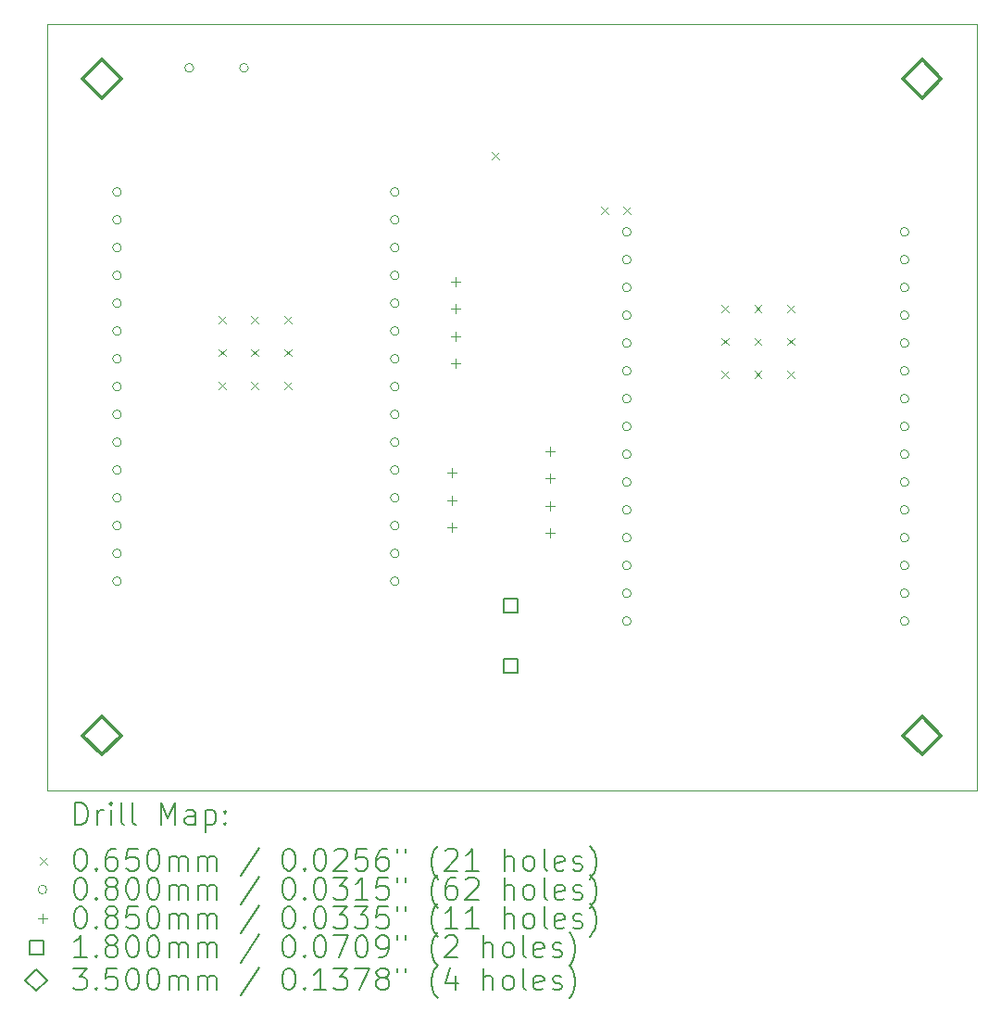
<source format=gbr>
%TF.GenerationSoftware,KiCad,Pcbnew,8.0.8*%
%TF.CreationDate,2025-06-20T17:29:57+09:00*%
%TF.ProjectId,2ndfloor_pole,326e6466-6c6f-46f7-925f-706f6c652e6b,rev?*%
%TF.SameCoordinates,Original*%
%TF.FileFunction,Drillmap*%
%TF.FilePolarity,Positive*%
%FSLAX45Y45*%
G04 Gerber Fmt 4.5, Leading zero omitted, Abs format (unit mm)*
G04 Created by KiCad (PCBNEW 8.0.8) date 2025-06-20 17:29:57*
%MOMM*%
%LPD*%
G01*
G04 APERTURE LIST*
%ADD10C,0.050000*%
%ADD11C,0.200000*%
%ADD12C,0.100000*%
%ADD13C,0.180000*%
%ADD14C,0.350000*%
G04 APERTURE END LIST*
D10*
X5700000Y-5400000D02*
X14200000Y-5400000D01*
X14200000Y-12400000D01*
X5700000Y-12400000D01*
X5700000Y-5400000D01*
D11*
D12*
X7267500Y-8067500D02*
X7332500Y-8132500D01*
X7332500Y-8067500D02*
X7267500Y-8132500D01*
X7267500Y-8367500D02*
X7332500Y-8432500D01*
X7332500Y-8367500D02*
X7267500Y-8432500D01*
X7267500Y-8667500D02*
X7332500Y-8732500D01*
X7332500Y-8667500D02*
X7267500Y-8732500D01*
X7567500Y-8067500D02*
X7632500Y-8132500D01*
X7632500Y-8067500D02*
X7567500Y-8132500D01*
X7567500Y-8367500D02*
X7632500Y-8432500D01*
X7632500Y-8367500D02*
X7567500Y-8432500D01*
X7567500Y-8667500D02*
X7632500Y-8732500D01*
X7632500Y-8667500D02*
X7567500Y-8732500D01*
X7867500Y-8067500D02*
X7932500Y-8132500D01*
X7932500Y-8067500D02*
X7867500Y-8132500D01*
X7867500Y-8367500D02*
X7932500Y-8432500D01*
X7932500Y-8367500D02*
X7867500Y-8432500D01*
X7867500Y-8667500D02*
X7932500Y-8732500D01*
X7932500Y-8667500D02*
X7867500Y-8732500D01*
X9767500Y-6567500D02*
X9832500Y-6632500D01*
X9832500Y-6567500D02*
X9767500Y-6632500D01*
X10767500Y-7067500D02*
X10832500Y-7132500D01*
X10832500Y-7067500D02*
X10767500Y-7132500D01*
X10967500Y-7067500D02*
X11032500Y-7132500D01*
X11032500Y-7067500D02*
X10967500Y-7132500D01*
X11867500Y-7967500D02*
X11932500Y-8032500D01*
X11932500Y-7967500D02*
X11867500Y-8032500D01*
X11867500Y-8267500D02*
X11932500Y-8332500D01*
X11932500Y-8267500D02*
X11867500Y-8332500D01*
X11867500Y-8567500D02*
X11932500Y-8632500D01*
X11932500Y-8567500D02*
X11867500Y-8632500D01*
X12167500Y-7967500D02*
X12232500Y-8032500D01*
X12232500Y-7967500D02*
X12167500Y-8032500D01*
X12167500Y-8267500D02*
X12232500Y-8332500D01*
X12232500Y-8267500D02*
X12167500Y-8332500D01*
X12167500Y-8567500D02*
X12232500Y-8632500D01*
X12232500Y-8567500D02*
X12167500Y-8632500D01*
X12467500Y-7967500D02*
X12532500Y-8032500D01*
X12532500Y-7967500D02*
X12467500Y-8032500D01*
X12467500Y-8267500D02*
X12532500Y-8332500D01*
X12532500Y-8267500D02*
X12467500Y-8332500D01*
X12467500Y-8567500D02*
X12532500Y-8632500D01*
X12532500Y-8567500D02*
X12467500Y-8632500D01*
X6379471Y-6934027D02*
G75*
G02*
X6299471Y-6934027I-40000J0D01*
G01*
X6299471Y-6934027D02*
G75*
G02*
X6379471Y-6934027I40000J0D01*
G01*
X6379471Y-7188027D02*
G75*
G02*
X6299471Y-7188027I-40000J0D01*
G01*
X6299471Y-7188027D02*
G75*
G02*
X6379471Y-7188027I40000J0D01*
G01*
X6379471Y-7442027D02*
G75*
G02*
X6299471Y-7442027I-40000J0D01*
G01*
X6299471Y-7442027D02*
G75*
G02*
X6379471Y-7442027I40000J0D01*
G01*
X6379471Y-7696027D02*
G75*
G02*
X6299471Y-7696027I-40000J0D01*
G01*
X6299471Y-7696027D02*
G75*
G02*
X6379471Y-7696027I40000J0D01*
G01*
X6379471Y-7950027D02*
G75*
G02*
X6299471Y-7950027I-40000J0D01*
G01*
X6299471Y-7950027D02*
G75*
G02*
X6379471Y-7950027I40000J0D01*
G01*
X6379471Y-8204027D02*
G75*
G02*
X6299471Y-8204027I-40000J0D01*
G01*
X6299471Y-8204027D02*
G75*
G02*
X6379471Y-8204027I40000J0D01*
G01*
X6379471Y-8458027D02*
G75*
G02*
X6299471Y-8458027I-40000J0D01*
G01*
X6299471Y-8458027D02*
G75*
G02*
X6379471Y-8458027I40000J0D01*
G01*
X6379471Y-8712027D02*
G75*
G02*
X6299471Y-8712027I-40000J0D01*
G01*
X6299471Y-8712027D02*
G75*
G02*
X6379471Y-8712027I40000J0D01*
G01*
X6379471Y-8966027D02*
G75*
G02*
X6299471Y-8966027I-40000J0D01*
G01*
X6299471Y-8966027D02*
G75*
G02*
X6379471Y-8966027I40000J0D01*
G01*
X6379471Y-9220027D02*
G75*
G02*
X6299471Y-9220027I-40000J0D01*
G01*
X6299471Y-9220027D02*
G75*
G02*
X6379471Y-9220027I40000J0D01*
G01*
X6379471Y-9474027D02*
G75*
G02*
X6299471Y-9474027I-40000J0D01*
G01*
X6299471Y-9474027D02*
G75*
G02*
X6379471Y-9474027I40000J0D01*
G01*
X6379471Y-9728027D02*
G75*
G02*
X6299471Y-9728027I-40000J0D01*
G01*
X6299471Y-9728027D02*
G75*
G02*
X6379471Y-9728027I40000J0D01*
G01*
X6379471Y-9982027D02*
G75*
G02*
X6299471Y-9982027I-40000J0D01*
G01*
X6299471Y-9982027D02*
G75*
G02*
X6379471Y-9982027I40000J0D01*
G01*
X6379471Y-10236027D02*
G75*
G02*
X6299471Y-10236027I-40000J0D01*
G01*
X6299471Y-10236027D02*
G75*
G02*
X6379471Y-10236027I40000J0D01*
G01*
X6379471Y-10490027D02*
G75*
G02*
X6299471Y-10490027I-40000J0D01*
G01*
X6299471Y-10490027D02*
G75*
G02*
X6379471Y-10490027I40000J0D01*
G01*
X7040000Y-5800000D02*
G75*
G02*
X6960000Y-5800000I-40000J0D01*
G01*
X6960000Y-5800000D02*
G75*
G02*
X7040000Y-5800000I40000J0D01*
G01*
X7540000Y-5800000D02*
G75*
G02*
X7460000Y-5800000I-40000J0D01*
G01*
X7460000Y-5800000D02*
G75*
G02*
X7540000Y-5800000I40000J0D01*
G01*
X8919471Y-6934027D02*
G75*
G02*
X8839471Y-6934027I-40000J0D01*
G01*
X8839471Y-6934027D02*
G75*
G02*
X8919471Y-6934027I40000J0D01*
G01*
X8919471Y-7188027D02*
G75*
G02*
X8839471Y-7188027I-40000J0D01*
G01*
X8839471Y-7188027D02*
G75*
G02*
X8919471Y-7188027I40000J0D01*
G01*
X8919471Y-7442027D02*
G75*
G02*
X8839471Y-7442027I-40000J0D01*
G01*
X8839471Y-7442027D02*
G75*
G02*
X8919471Y-7442027I40000J0D01*
G01*
X8919471Y-7696027D02*
G75*
G02*
X8839471Y-7696027I-40000J0D01*
G01*
X8839471Y-7696027D02*
G75*
G02*
X8919471Y-7696027I40000J0D01*
G01*
X8919471Y-7950027D02*
G75*
G02*
X8839471Y-7950027I-40000J0D01*
G01*
X8839471Y-7950027D02*
G75*
G02*
X8919471Y-7950027I40000J0D01*
G01*
X8919471Y-8204027D02*
G75*
G02*
X8839471Y-8204027I-40000J0D01*
G01*
X8839471Y-8204027D02*
G75*
G02*
X8919471Y-8204027I40000J0D01*
G01*
X8919471Y-8458027D02*
G75*
G02*
X8839471Y-8458027I-40000J0D01*
G01*
X8839471Y-8458027D02*
G75*
G02*
X8919471Y-8458027I40000J0D01*
G01*
X8919471Y-8712027D02*
G75*
G02*
X8839471Y-8712027I-40000J0D01*
G01*
X8839471Y-8712027D02*
G75*
G02*
X8919471Y-8712027I40000J0D01*
G01*
X8919471Y-8966027D02*
G75*
G02*
X8839471Y-8966027I-40000J0D01*
G01*
X8839471Y-8966027D02*
G75*
G02*
X8919471Y-8966027I40000J0D01*
G01*
X8919471Y-9220027D02*
G75*
G02*
X8839471Y-9220027I-40000J0D01*
G01*
X8839471Y-9220027D02*
G75*
G02*
X8919471Y-9220027I40000J0D01*
G01*
X8919471Y-9474027D02*
G75*
G02*
X8839471Y-9474027I-40000J0D01*
G01*
X8839471Y-9474027D02*
G75*
G02*
X8919471Y-9474027I40000J0D01*
G01*
X8919471Y-9728027D02*
G75*
G02*
X8839471Y-9728027I-40000J0D01*
G01*
X8839471Y-9728027D02*
G75*
G02*
X8919471Y-9728027I40000J0D01*
G01*
X8919471Y-9982027D02*
G75*
G02*
X8839471Y-9982027I-40000J0D01*
G01*
X8839471Y-9982027D02*
G75*
G02*
X8919471Y-9982027I40000J0D01*
G01*
X8919471Y-10236027D02*
G75*
G02*
X8839471Y-10236027I-40000J0D01*
G01*
X8839471Y-10236027D02*
G75*
G02*
X8919471Y-10236027I40000J0D01*
G01*
X8919471Y-10490027D02*
G75*
G02*
X8839471Y-10490027I-40000J0D01*
G01*
X8839471Y-10490027D02*
G75*
G02*
X8919471Y-10490027I40000J0D01*
G01*
X11040000Y-7298000D02*
G75*
G02*
X10960000Y-7298000I-40000J0D01*
G01*
X10960000Y-7298000D02*
G75*
G02*
X11040000Y-7298000I40000J0D01*
G01*
X11040000Y-7552000D02*
G75*
G02*
X10960000Y-7552000I-40000J0D01*
G01*
X10960000Y-7552000D02*
G75*
G02*
X11040000Y-7552000I40000J0D01*
G01*
X11040000Y-7806000D02*
G75*
G02*
X10960000Y-7806000I-40000J0D01*
G01*
X10960000Y-7806000D02*
G75*
G02*
X11040000Y-7806000I40000J0D01*
G01*
X11040000Y-8060000D02*
G75*
G02*
X10960000Y-8060000I-40000J0D01*
G01*
X10960000Y-8060000D02*
G75*
G02*
X11040000Y-8060000I40000J0D01*
G01*
X11040000Y-8314000D02*
G75*
G02*
X10960000Y-8314000I-40000J0D01*
G01*
X10960000Y-8314000D02*
G75*
G02*
X11040000Y-8314000I40000J0D01*
G01*
X11040000Y-8568000D02*
G75*
G02*
X10960000Y-8568000I-40000J0D01*
G01*
X10960000Y-8568000D02*
G75*
G02*
X11040000Y-8568000I40000J0D01*
G01*
X11040000Y-8822000D02*
G75*
G02*
X10960000Y-8822000I-40000J0D01*
G01*
X10960000Y-8822000D02*
G75*
G02*
X11040000Y-8822000I40000J0D01*
G01*
X11040000Y-9076000D02*
G75*
G02*
X10960000Y-9076000I-40000J0D01*
G01*
X10960000Y-9076000D02*
G75*
G02*
X11040000Y-9076000I40000J0D01*
G01*
X11040000Y-9330000D02*
G75*
G02*
X10960000Y-9330000I-40000J0D01*
G01*
X10960000Y-9330000D02*
G75*
G02*
X11040000Y-9330000I40000J0D01*
G01*
X11040000Y-9584000D02*
G75*
G02*
X10960000Y-9584000I-40000J0D01*
G01*
X10960000Y-9584000D02*
G75*
G02*
X11040000Y-9584000I40000J0D01*
G01*
X11040000Y-9838000D02*
G75*
G02*
X10960000Y-9838000I-40000J0D01*
G01*
X10960000Y-9838000D02*
G75*
G02*
X11040000Y-9838000I40000J0D01*
G01*
X11040000Y-10092000D02*
G75*
G02*
X10960000Y-10092000I-40000J0D01*
G01*
X10960000Y-10092000D02*
G75*
G02*
X11040000Y-10092000I40000J0D01*
G01*
X11040000Y-10346000D02*
G75*
G02*
X10960000Y-10346000I-40000J0D01*
G01*
X10960000Y-10346000D02*
G75*
G02*
X11040000Y-10346000I40000J0D01*
G01*
X11040000Y-10600000D02*
G75*
G02*
X10960000Y-10600000I-40000J0D01*
G01*
X10960000Y-10600000D02*
G75*
G02*
X11040000Y-10600000I40000J0D01*
G01*
X11040000Y-10854000D02*
G75*
G02*
X10960000Y-10854000I-40000J0D01*
G01*
X10960000Y-10854000D02*
G75*
G02*
X11040000Y-10854000I40000J0D01*
G01*
X13580000Y-7298000D02*
G75*
G02*
X13500000Y-7298000I-40000J0D01*
G01*
X13500000Y-7298000D02*
G75*
G02*
X13580000Y-7298000I40000J0D01*
G01*
X13580000Y-7552000D02*
G75*
G02*
X13500000Y-7552000I-40000J0D01*
G01*
X13500000Y-7552000D02*
G75*
G02*
X13580000Y-7552000I40000J0D01*
G01*
X13580000Y-7806000D02*
G75*
G02*
X13500000Y-7806000I-40000J0D01*
G01*
X13500000Y-7806000D02*
G75*
G02*
X13580000Y-7806000I40000J0D01*
G01*
X13580000Y-8060000D02*
G75*
G02*
X13500000Y-8060000I-40000J0D01*
G01*
X13500000Y-8060000D02*
G75*
G02*
X13580000Y-8060000I40000J0D01*
G01*
X13580000Y-8314000D02*
G75*
G02*
X13500000Y-8314000I-40000J0D01*
G01*
X13500000Y-8314000D02*
G75*
G02*
X13580000Y-8314000I40000J0D01*
G01*
X13580000Y-8568000D02*
G75*
G02*
X13500000Y-8568000I-40000J0D01*
G01*
X13500000Y-8568000D02*
G75*
G02*
X13580000Y-8568000I40000J0D01*
G01*
X13580000Y-8822000D02*
G75*
G02*
X13500000Y-8822000I-40000J0D01*
G01*
X13500000Y-8822000D02*
G75*
G02*
X13580000Y-8822000I40000J0D01*
G01*
X13580000Y-9076000D02*
G75*
G02*
X13500000Y-9076000I-40000J0D01*
G01*
X13500000Y-9076000D02*
G75*
G02*
X13580000Y-9076000I40000J0D01*
G01*
X13580000Y-9330000D02*
G75*
G02*
X13500000Y-9330000I-40000J0D01*
G01*
X13500000Y-9330000D02*
G75*
G02*
X13580000Y-9330000I40000J0D01*
G01*
X13580000Y-9584000D02*
G75*
G02*
X13500000Y-9584000I-40000J0D01*
G01*
X13500000Y-9584000D02*
G75*
G02*
X13580000Y-9584000I40000J0D01*
G01*
X13580000Y-9838000D02*
G75*
G02*
X13500000Y-9838000I-40000J0D01*
G01*
X13500000Y-9838000D02*
G75*
G02*
X13580000Y-9838000I40000J0D01*
G01*
X13580000Y-10092000D02*
G75*
G02*
X13500000Y-10092000I-40000J0D01*
G01*
X13500000Y-10092000D02*
G75*
G02*
X13580000Y-10092000I40000J0D01*
G01*
X13580000Y-10346000D02*
G75*
G02*
X13500000Y-10346000I-40000J0D01*
G01*
X13500000Y-10346000D02*
G75*
G02*
X13580000Y-10346000I40000J0D01*
G01*
X13580000Y-10600000D02*
G75*
G02*
X13500000Y-10600000I-40000J0D01*
G01*
X13500000Y-10600000D02*
G75*
G02*
X13580000Y-10600000I40000J0D01*
G01*
X13580000Y-10854000D02*
G75*
G02*
X13500000Y-10854000I-40000J0D01*
G01*
X13500000Y-10854000D02*
G75*
G02*
X13580000Y-10854000I40000J0D01*
G01*
X9400000Y-9457500D02*
X9400000Y-9542500D01*
X9357500Y-9500000D02*
X9442500Y-9500000D01*
X9400000Y-9707500D02*
X9400000Y-9792500D01*
X9357500Y-9750000D02*
X9442500Y-9750000D01*
X9400000Y-9957500D02*
X9400000Y-10042500D01*
X9357500Y-10000000D02*
X9442500Y-10000000D01*
X9435000Y-7707500D02*
X9435000Y-7792500D01*
X9392500Y-7750000D02*
X9477500Y-7750000D01*
X9435000Y-7957500D02*
X9435000Y-8042500D01*
X9392500Y-8000000D02*
X9477500Y-8000000D01*
X9435000Y-8207500D02*
X9435000Y-8292500D01*
X9392500Y-8250000D02*
X9477500Y-8250000D01*
X9435000Y-8457500D02*
X9435000Y-8542500D01*
X9392500Y-8500000D02*
X9477500Y-8500000D01*
X10300000Y-9257500D02*
X10300000Y-9342500D01*
X10257500Y-9300000D02*
X10342500Y-9300000D01*
X10300000Y-9507500D02*
X10300000Y-9592500D01*
X10257500Y-9550000D02*
X10342500Y-9550000D01*
X10300000Y-9757500D02*
X10300000Y-9842500D01*
X10257500Y-9800000D02*
X10342500Y-9800000D01*
X10300000Y-10007500D02*
X10300000Y-10092500D01*
X10257500Y-10050000D02*
X10342500Y-10050000D01*
D13*
X10004868Y-10773406D02*
X10004868Y-10646126D01*
X9877588Y-10646126D01*
X9877588Y-10773406D01*
X10004868Y-10773406D01*
X10004868Y-11323406D02*
X10004868Y-11196126D01*
X9877588Y-11196126D01*
X9877588Y-11323406D01*
X10004868Y-11323406D01*
D14*
X6200000Y-6075000D02*
X6375000Y-5900000D01*
X6200000Y-5725000D01*
X6025000Y-5900000D01*
X6200000Y-6075000D01*
X6200000Y-12075000D02*
X6375000Y-11900000D01*
X6200000Y-11725000D01*
X6025000Y-11900000D01*
X6200000Y-12075000D01*
X13700000Y-6075000D02*
X13875000Y-5900000D01*
X13700000Y-5725000D01*
X13525000Y-5900000D01*
X13700000Y-6075000D01*
X13700000Y-12075000D02*
X13875000Y-11900000D01*
X13700000Y-11725000D01*
X13525000Y-11900000D01*
X13700000Y-12075000D01*
D11*
X5958277Y-12713984D02*
X5958277Y-12513984D01*
X5958277Y-12513984D02*
X6005896Y-12513984D01*
X6005896Y-12513984D02*
X6034467Y-12523508D01*
X6034467Y-12523508D02*
X6053515Y-12542555D01*
X6053515Y-12542555D02*
X6063039Y-12561603D01*
X6063039Y-12561603D02*
X6072562Y-12599698D01*
X6072562Y-12599698D02*
X6072562Y-12628269D01*
X6072562Y-12628269D02*
X6063039Y-12666365D01*
X6063039Y-12666365D02*
X6053515Y-12685412D01*
X6053515Y-12685412D02*
X6034467Y-12704460D01*
X6034467Y-12704460D02*
X6005896Y-12713984D01*
X6005896Y-12713984D02*
X5958277Y-12713984D01*
X6158277Y-12713984D02*
X6158277Y-12580650D01*
X6158277Y-12618746D02*
X6167801Y-12599698D01*
X6167801Y-12599698D02*
X6177324Y-12590174D01*
X6177324Y-12590174D02*
X6196372Y-12580650D01*
X6196372Y-12580650D02*
X6215420Y-12580650D01*
X6282086Y-12713984D02*
X6282086Y-12580650D01*
X6282086Y-12513984D02*
X6272562Y-12523508D01*
X6272562Y-12523508D02*
X6282086Y-12533031D01*
X6282086Y-12533031D02*
X6291610Y-12523508D01*
X6291610Y-12523508D02*
X6282086Y-12513984D01*
X6282086Y-12513984D02*
X6282086Y-12533031D01*
X6405896Y-12713984D02*
X6386848Y-12704460D01*
X6386848Y-12704460D02*
X6377324Y-12685412D01*
X6377324Y-12685412D02*
X6377324Y-12513984D01*
X6510658Y-12713984D02*
X6491610Y-12704460D01*
X6491610Y-12704460D02*
X6482086Y-12685412D01*
X6482086Y-12685412D02*
X6482086Y-12513984D01*
X6739229Y-12713984D02*
X6739229Y-12513984D01*
X6739229Y-12513984D02*
X6805896Y-12656841D01*
X6805896Y-12656841D02*
X6872562Y-12513984D01*
X6872562Y-12513984D02*
X6872562Y-12713984D01*
X7053515Y-12713984D02*
X7053515Y-12609222D01*
X7053515Y-12609222D02*
X7043991Y-12590174D01*
X7043991Y-12590174D02*
X7024943Y-12580650D01*
X7024943Y-12580650D02*
X6986848Y-12580650D01*
X6986848Y-12580650D02*
X6967801Y-12590174D01*
X7053515Y-12704460D02*
X7034467Y-12713984D01*
X7034467Y-12713984D02*
X6986848Y-12713984D01*
X6986848Y-12713984D02*
X6967801Y-12704460D01*
X6967801Y-12704460D02*
X6958277Y-12685412D01*
X6958277Y-12685412D02*
X6958277Y-12666365D01*
X6958277Y-12666365D02*
X6967801Y-12647317D01*
X6967801Y-12647317D02*
X6986848Y-12637793D01*
X6986848Y-12637793D02*
X7034467Y-12637793D01*
X7034467Y-12637793D02*
X7053515Y-12628269D01*
X7148753Y-12580650D02*
X7148753Y-12780650D01*
X7148753Y-12590174D02*
X7167801Y-12580650D01*
X7167801Y-12580650D02*
X7205896Y-12580650D01*
X7205896Y-12580650D02*
X7224943Y-12590174D01*
X7224943Y-12590174D02*
X7234467Y-12599698D01*
X7234467Y-12599698D02*
X7243991Y-12618746D01*
X7243991Y-12618746D02*
X7243991Y-12675888D01*
X7243991Y-12675888D02*
X7234467Y-12694936D01*
X7234467Y-12694936D02*
X7224943Y-12704460D01*
X7224943Y-12704460D02*
X7205896Y-12713984D01*
X7205896Y-12713984D02*
X7167801Y-12713984D01*
X7167801Y-12713984D02*
X7148753Y-12704460D01*
X7329705Y-12694936D02*
X7339229Y-12704460D01*
X7339229Y-12704460D02*
X7329705Y-12713984D01*
X7329705Y-12713984D02*
X7320182Y-12704460D01*
X7320182Y-12704460D02*
X7329705Y-12694936D01*
X7329705Y-12694936D02*
X7329705Y-12713984D01*
X7329705Y-12590174D02*
X7339229Y-12599698D01*
X7339229Y-12599698D02*
X7329705Y-12609222D01*
X7329705Y-12609222D02*
X7320182Y-12599698D01*
X7320182Y-12599698D02*
X7329705Y-12590174D01*
X7329705Y-12590174D02*
X7329705Y-12609222D01*
D12*
X5632500Y-13010000D02*
X5697500Y-13075000D01*
X5697500Y-13010000D02*
X5632500Y-13075000D01*
D11*
X5996372Y-12933984D02*
X6015420Y-12933984D01*
X6015420Y-12933984D02*
X6034467Y-12943508D01*
X6034467Y-12943508D02*
X6043991Y-12953031D01*
X6043991Y-12953031D02*
X6053515Y-12972079D01*
X6053515Y-12972079D02*
X6063039Y-13010174D01*
X6063039Y-13010174D02*
X6063039Y-13057793D01*
X6063039Y-13057793D02*
X6053515Y-13095888D01*
X6053515Y-13095888D02*
X6043991Y-13114936D01*
X6043991Y-13114936D02*
X6034467Y-13124460D01*
X6034467Y-13124460D02*
X6015420Y-13133984D01*
X6015420Y-13133984D02*
X5996372Y-13133984D01*
X5996372Y-13133984D02*
X5977324Y-13124460D01*
X5977324Y-13124460D02*
X5967801Y-13114936D01*
X5967801Y-13114936D02*
X5958277Y-13095888D01*
X5958277Y-13095888D02*
X5948753Y-13057793D01*
X5948753Y-13057793D02*
X5948753Y-13010174D01*
X5948753Y-13010174D02*
X5958277Y-12972079D01*
X5958277Y-12972079D02*
X5967801Y-12953031D01*
X5967801Y-12953031D02*
X5977324Y-12943508D01*
X5977324Y-12943508D02*
X5996372Y-12933984D01*
X6148753Y-13114936D02*
X6158277Y-13124460D01*
X6158277Y-13124460D02*
X6148753Y-13133984D01*
X6148753Y-13133984D02*
X6139229Y-13124460D01*
X6139229Y-13124460D02*
X6148753Y-13114936D01*
X6148753Y-13114936D02*
X6148753Y-13133984D01*
X6329705Y-12933984D02*
X6291610Y-12933984D01*
X6291610Y-12933984D02*
X6272562Y-12943508D01*
X6272562Y-12943508D02*
X6263039Y-12953031D01*
X6263039Y-12953031D02*
X6243991Y-12981603D01*
X6243991Y-12981603D02*
X6234467Y-13019698D01*
X6234467Y-13019698D02*
X6234467Y-13095888D01*
X6234467Y-13095888D02*
X6243991Y-13114936D01*
X6243991Y-13114936D02*
X6253515Y-13124460D01*
X6253515Y-13124460D02*
X6272562Y-13133984D01*
X6272562Y-13133984D02*
X6310658Y-13133984D01*
X6310658Y-13133984D02*
X6329705Y-13124460D01*
X6329705Y-13124460D02*
X6339229Y-13114936D01*
X6339229Y-13114936D02*
X6348753Y-13095888D01*
X6348753Y-13095888D02*
X6348753Y-13048269D01*
X6348753Y-13048269D02*
X6339229Y-13029222D01*
X6339229Y-13029222D02*
X6329705Y-13019698D01*
X6329705Y-13019698D02*
X6310658Y-13010174D01*
X6310658Y-13010174D02*
X6272562Y-13010174D01*
X6272562Y-13010174D02*
X6253515Y-13019698D01*
X6253515Y-13019698D02*
X6243991Y-13029222D01*
X6243991Y-13029222D02*
X6234467Y-13048269D01*
X6529705Y-12933984D02*
X6434467Y-12933984D01*
X6434467Y-12933984D02*
X6424943Y-13029222D01*
X6424943Y-13029222D02*
X6434467Y-13019698D01*
X6434467Y-13019698D02*
X6453515Y-13010174D01*
X6453515Y-13010174D02*
X6501134Y-13010174D01*
X6501134Y-13010174D02*
X6520182Y-13019698D01*
X6520182Y-13019698D02*
X6529705Y-13029222D01*
X6529705Y-13029222D02*
X6539229Y-13048269D01*
X6539229Y-13048269D02*
X6539229Y-13095888D01*
X6539229Y-13095888D02*
X6529705Y-13114936D01*
X6529705Y-13114936D02*
X6520182Y-13124460D01*
X6520182Y-13124460D02*
X6501134Y-13133984D01*
X6501134Y-13133984D02*
X6453515Y-13133984D01*
X6453515Y-13133984D02*
X6434467Y-13124460D01*
X6434467Y-13124460D02*
X6424943Y-13114936D01*
X6663039Y-12933984D02*
X6682086Y-12933984D01*
X6682086Y-12933984D02*
X6701134Y-12943508D01*
X6701134Y-12943508D02*
X6710658Y-12953031D01*
X6710658Y-12953031D02*
X6720182Y-12972079D01*
X6720182Y-12972079D02*
X6729705Y-13010174D01*
X6729705Y-13010174D02*
X6729705Y-13057793D01*
X6729705Y-13057793D02*
X6720182Y-13095888D01*
X6720182Y-13095888D02*
X6710658Y-13114936D01*
X6710658Y-13114936D02*
X6701134Y-13124460D01*
X6701134Y-13124460D02*
X6682086Y-13133984D01*
X6682086Y-13133984D02*
X6663039Y-13133984D01*
X6663039Y-13133984D02*
X6643991Y-13124460D01*
X6643991Y-13124460D02*
X6634467Y-13114936D01*
X6634467Y-13114936D02*
X6624943Y-13095888D01*
X6624943Y-13095888D02*
X6615420Y-13057793D01*
X6615420Y-13057793D02*
X6615420Y-13010174D01*
X6615420Y-13010174D02*
X6624943Y-12972079D01*
X6624943Y-12972079D02*
X6634467Y-12953031D01*
X6634467Y-12953031D02*
X6643991Y-12943508D01*
X6643991Y-12943508D02*
X6663039Y-12933984D01*
X6815420Y-13133984D02*
X6815420Y-13000650D01*
X6815420Y-13019698D02*
X6824943Y-13010174D01*
X6824943Y-13010174D02*
X6843991Y-13000650D01*
X6843991Y-13000650D02*
X6872563Y-13000650D01*
X6872563Y-13000650D02*
X6891610Y-13010174D01*
X6891610Y-13010174D02*
X6901134Y-13029222D01*
X6901134Y-13029222D02*
X6901134Y-13133984D01*
X6901134Y-13029222D02*
X6910658Y-13010174D01*
X6910658Y-13010174D02*
X6929705Y-13000650D01*
X6929705Y-13000650D02*
X6958277Y-13000650D01*
X6958277Y-13000650D02*
X6977324Y-13010174D01*
X6977324Y-13010174D02*
X6986848Y-13029222D01*
X6986848Y-13029222D02*
X6986848Y-13133984D01*
X7082086Y-13133984D02*
X7082086Y-13000650D01*
X7082086Y-13019698D02*
X7091610Y-13010174D01*
X7091610Y-13010174D02*
X7110658Y-13000650D01*
X7110658Y-13000650D02*
X7139229Y-13000650D01*
X7139229Y-13000650D02*
X7158277Y-13010174D01*
X7158277Y-13010174D02*
X7167801Y-13029222D01*
X7167801Y-13029222D02*
X7167801Y-13133984D01*
X7167801Y-13029222D02*
X7177324Y-13010174D01*
X7177324Y-13010174D02*
X7196372Y-13000650D01*
X7196372Y-13000650D02*
X7224943Y-13000650D01*
X7224943Y-13000650D02*
X7243991Y-13010174D01*
X7243991Y-13010174D02*
X7253515Y-13029222D01*
X7253515Y-13029222D02*
X7253515Y-13133984D01*
X7643991Y-12924460D02*
X7472563Y-13181603D01*
X7901134Y-12933984D02*
X7920182Y-12933984D01*
X7920182Y-12933984D02*
X7939229Y-12943508D01*
X7939229Y-12943508D02*
X7948753Y-12953031D01*
X7948753Y-12953031D02*
X7958277Y-12972079D01*
X7958277Y-12972079D02*
X7967801Y-13010174D01*
X7967801Y-13010174D02*
X7967801Y-13057793D01*
X7967801Y-13057793D02*
X7958277Y-13095888D01*
X7958277Y-13095888D02*
X7948753Y-13114936D01*
X7948753Y-13114936D02*
X7939229Y-13124460D01*
X7939229Y-13124460D02*
X7920182Y-13133984D01*
X7920182Y-13133984D02*
X7901134Y-13133984D01*
X7901134Y-13133984D02*
X7882086Y-13124460D01*
X7882086Y-13124460D02*
X7872563Y-13114936D01*
X7872563Y-13114936D02*
X7863039Y-13095888D01*
X7863039Y-13095888D02*
X7853515Y-13057793D01*
X7853515Y-13057793D02*
X7853515Y-13010174D01*
X7853515Y-13010174D02*
X7863039Y-12972079D01*
X7863039Y-12972079D02*
X7872563Y-12953031D01*
X7872563Y-12953031D02*
X7882086Y-12943508D01*
X7882086Y-12943508D02*
X7901134Y-12933984D01*
X8053515Y-13114936D02*
X8063039Y-13124460D01*
X8063039Y-13124460D02*
X8053515Y-13133984D01*
X8053515Y-13133984D02*
X8043991Y-13124460D01*
X8043991Y-13124460D02*
X8053515Y-13114936D01*
X8053515Y-13114936D02*
X8053515Y-13133984D01*
X8186848Y-12933984D02*
X8205896Y-12933984D01*
X8205896Y-12933984D02*
X8224944Y-12943508D01*
X8224944Y-12943508D02*
X8234467Y-12953031D01*
X8234467Y-12953031D02*
X8243991Y-12972079D01*
X8243991Y-12972079D02*
X8253515Y-13010174D01*
X8253515Y-13010174D02*
X8253515Y-13057793D01*
X8253515Y-13057793D02*
X8243991Y-13095888D01*
X8243991Y-13095888D02*
X8234467Y-13114936D01*
X8234467Y-13114936D02*
X8224944Y-13124460D01*
X8224944Y-13124460D02*
X8205896Y-13133984D01*
X8205896Y-13133984D02*
X8186848Y-13133984D01*
X8186848Y-13133984D02*
X8167801Y-13124460D01*
X8167801Y-13124460D02*
X8158277Y-13114936D01*
X8158277Y-13114936D02*
X8148753Y-13095888D01*
X8148753Y-13095888D02*
X8139229Y-13057793D01*
X8139229Y-13057793D02*
X8139229Y-13010174D01*
X8139229Y-13010174D02*
X8148753Y-12972079D01*
X8148753Y-12972079D02*
X8158277Y-12953031D01*
X8158277Y-12953031D02*
X8167801Y-12943508D01*
X8167801Y-12943508D02*
X8186848Y-12933984D01*
X8329706Y-12953031D02*
X8339229Y-12943508D01*
X8339229Y-12943508D02*
X8358277Y-12933984D01*
X8358277Y-12933984D02*
X8405896Y-12933984D01*
X8405896Y-12933984D02*
X8424944Y-12943508D01*
X8424944Y-12943508D02*
X8434468Y-12953031D01*
X8434468Y-12953031D02*
X8443991Y-12972079D01*
X8443991Y-12972079D02*
X8443991Y-12991127D01*
X8443991Y-12991127D02*
X8434468Y-13019698D01*
X8434468Y-13019698D02*
X8320182Y-13133984D01*
X8320182Y-13133984D02*
X8443991Y-13133984D01*
X8624944Y-12933984D02*
X8529706Y-12933984D01*
X8529706Y-12933984D02*
X8520182Y-13029222D01*
X8520182Y-13029222D02*
X8529706Y-13019698D01*
X8529706Y-13019698D02*
X8548753Y-13010174D01*
X8548753Y-13010174D02*
X8596372Y-13010174D01*
X8596372Y-13010174D02*
X8615420Y-13019698D01*
X8615420Y-13019698D02*
X8624944Y-13029222D01*
X8624944Y-13029222D02*
X8634468Y-13048269D01*
X8634468Y-13048269D02*
X8634468Y-13095888D01*
X8634468Y-13095888D02*
X8624944Y-13114936D01*
X8624944Y-13114936D02*
X8615420Y-13124460D01*
X8615420Y-13124460D02*
X8596372Y-13133984D01*
X8596372Y-13133984D02*
X8548753Y-13133984D01*
X8548753Y-13133984D02*
X8529706Y-13124460D01*
X8529706Y-13124460D02*
X8520182Y-13114936D01*
X8805896Y-12933984D02*
X8767801Y-12933984D01*
X8767801Y-12933984D02*
X8748753Y-12943508D01*
X8748753Y-12943508D02*
X8739229Y-12953031D01*
X8739229Y-12953031D02*
X8720182Y-12981603D01*
X8720182Y-12981603D02*
X8710658Y-13019698D01*
X8710658Y-13019698D02*
X8710658Y-13095888D01*
X8710658Y-13095888D02*
X8720182Y-13114936D01*
X8720182Y-13114936D02*
X8729706Y-13124460D01*
X8729706Y-13124460D02*
X8748753Y-13133984D01*
X8748753Y-13133984D02*
X8786849Y-13133984D01*
X8786849Y-13133984D02*
X8805896Y-13124460D01*
X8805896Y-13124460D02*
X8815420Y-13114936D01*
X8815420Y-13114936D02*
X8824944Y-13095888D01*
X8824944Y-13095888D02*
X8824944Y-13048269D01*
X8824944Y-13048269D02*
X8815420Y-13029222D01*
X8815420Y-13029222D02*
X8805896Y-13019698D01*
X8805896Y-13019698D02*
X8786849Y-13010174D01*
X8786849Y-13010174D02*
X8748753Y-13010174D01*
X8748753Y-13010174D02*
X8729706Y-13019698D01*
X8729706Y-13019698D02*
X8720182Y-13029222D01*
X8720182Y-13029222D02*
X8710658Y-13048269D01*
X8901134Y-12933984D02*
X8901134Y-12972079D01*
X8977325Y-12933984D02*
X8977325Y-12972079D01*
X9272563Y-13210174D02*
X9263039Y-13200650D01*
X9263039Y-13200650D02*
X9243991Y-13172079D01*
X9243991Y-13172079D02*
X9234468Y-13153031D01*
X9234468Y-13153031D02*
X9224944Y-13124460D01*
X9224944Y-13124460D02*
X9215420Y-13076841D01*
X9215420Y-13076841D02*
X9215420Y-13038746D01*
X9215420Y-13038746D02*
X9224944Y-12991127D01*
X9224944Y-12991127D02*
X9234468Y-12962555D01*
X9234468Y-12962555D02*
X9243991Y-12943508D01*
X9243991Y-12943508D02*
X9263039Y-12914936D01*
X9263039Y-12914936D02*
X9272563Y-12905412D01*
X9339230Y-12953031D02*
X9348753Y-12943508D01*
X9348753Y-12943508D02*
X9367801Y-12933984D01*
X9367801Y-12933984D02*
X9415420Y-12933984D01*
X9415420Y-12933984D02*
X9434468Y-12943508D01*
X9434468Y-12943508D02*
X9443991Y-12953031D01*
X9443991Y-12953031D02*
X9453515Y-12972079D01*
X9453515Y-12972079D02*
X9453515Y-12991127D01*
X9453515Y-12991127D02*
X9443991Y-13019698D01*
X9443991Y-13019698D02*
X9329706Y-13133984D01*
X9329706Y-13133984D02*
X9453515Y-13133984D01*
X9643991Y-13133984D02*
X9529706Y-13133984D01*
X9586849Y-13133984D02*
X9586849Y-12933984D01*
X9586849Y-12933984D02*
X9567801Y-12962555D01*
X9567801Y-12962555D02*
X9548753Y-12981603D01*
X9548753Y-12981603D02*
X9529706Y-12991127D01*
X9882087Y-13133984D02*
X9882087Y-12933984D01*
X9967801Y-13133984D02*
X9967801Y-13029222D01*
X9967801Y-13029222D02*
X9958277Y-13010174D01*
X9958277Y-13010174D02*
X9939230Y-13000650D01*
X9939230Y-13000650D02*
X9910658Y-13000650D01*
X9910658Y-13000650D02*
X9891611Y-13010174D01*
X9891611Y-13010174D02*
X9882087Y-13019698D01*
X10091611Y-13133984D02*
X10072563Y-13124460D01*
X10072563Y-13124460D02*
X10063039Y-13114936D01*
X10063039Y-13114936D02*
X10053515Y-13095888D01*
X10053515Y-13095888D02*
X10053515Y-13038746D01*
X10053515Y-13038746D02*
X10063039Y-13019698D01*
X10063039Y-13019698D02*
X10072563Y-13010174D01*
X10072563Y-13010174D02*
X10091611Y-13000650D01*
X10091611Y-13000650D02*
X10120182Y-13000650D01*
X10120182Y-13000650D02*
X10139230Y-13010174D01*
X10139230Y-13010174D02*
X10148753Y-13019698D01*
X10148753Y-13019698D02*
X10158277Y-13038746D01*
X10158277Y-13038746D02*
X10158277Y-13095888D01*
X10158277Y-13095888D02*
X10148753Y-13114936D01*
X10148753Y-13114936D02*
X10139230Y-13124460D01*
X10139230Y-13124460D02*
X10120182Y-13133984D01*
X10120182Y-13133984D02*
X10091611Y-13133984D01*
X10272563Y-13133984D02*
X10253515Y-13124460D01*
X10253515Y-13124460D02*
X10243992Y-13105412D01*
X10243992Y-13105412D02*
X10243992Y-12933984D01*
X10424944Y-13124460D02*
X10405896Y-13133984D01*
X10405896Y-13133984D02*
X10367801Y-13133984D01*
X10367801Y-13133984D02*
X10348753Y-13124460D01*
X10348753Y-13124460D02*
X10339230Y-13105412D01*
X10339230Y-13105412D02*
X10339230Y-13029222D01*
X10339230Y-13029222D02*
X10348753Y-13010174D01*
X10348753Y-13010174D02*
X10367801Y-13000650D01*
X10367801Y-13000650D02*
X10405896Y-13000650D01*
X10405896Y-13000650D02*
X10424944Y-13010174D01*
X10424944Y-13010174D02*
X10434468Y-13029222D01*
X10434468Y-13029222D02*
X10434468Y-13048269D01*
X10434468Y-13048269D02*
X10339230Y-13067317D01*
X10510658Y-13124460D02*
X10529706Y-13133984D01*
X10529706Y-13133984D02*
X10567801Y-13133984D01*
X10567801Y-13133984D02*
X10586849Y-13124460D01*
X10586849Y-13124460D02*
X10596373Y-13105412D01*
X10596373Y-13105412D02*
X10596373Y-13095888D01*
X10596373Y-13095888D02*
X10586849Y-13076841D01*
X10586849Y-13076841D02*
X10567801Y-13067317D01*
X10567801Y-13067317D02*
X10539230Y-13067317D01*
X10539230Y-13067317D02*
X10520182Y-13057793D01*
X10520182Y-13057793D02*
X10510658Y-13038746D01*
X10510658Y-13038746D02*
X10510658Y-13029222D01*
X10510658Y-13029222D02*
X10520182Y-13010174D01*
X10520182Y-13010174D02*
X10539230Y-13000650D01*
X10539230Y-13000650D02*
X10567801Y-13000650D01*
X10567801Y-13000650D02*
X10586849Y-13010174D01*
X10663039Y-13210174D02*
X10672563Y-13200650D01*
X10672563Y-13200650D02*
X10691611Y-13172079D01*
X10691611Y-13172079D02*
X10701134Y-13153031D01*
X10701134Y-13153031D02*
X10710658Y-13124460D01*
X10710658Y-13124460D02*
X10720182Y-13076841D01*
X10720182Y-13076841D02*
X10720182Y-13038746D01*
X10720182Y-13038746D02*
X10710658Y-12991127D01*
X10710658Y-12991127D02*
X10701134Y-12962555D01*
X10701134Y-12962555D02*
X10691611Y-12943508D01*
X10691611Y-12943508D02*
X10672563Y-12914936D01*
X10672563Y-12914936D02*
X10663039Y-12905412D01*
D12*
X5697500Y-13306500D02*
G75*
G02*
X5617500Y-13306500I-40000J0D01*
G01*
X5617500Y-13306500D02*
G75*
G02*
X5697500Y-13306500I40000J0D01*
G01*
D11*
X5996372Y-13197984D02*
X6015420Y-13197984D01*
X6015420Y-13197984D02*
X6034467Y-13207508D01*
X6034467Y-13207508D02*
X6043991Y-13217031D01*
X6043991Y-13217031D02*
X6053515Y-13236079D01*
X6053515Y-13236079D02*
X6063039Y-13274174D01*
X6063039Y-13274174D02*
X6063039Y-13321793D01*
X6063039Y-13321793D02*
X6053515Y-13359888D01*
X6053515Y-13359888D02*
X6043991Y-13378936D01*
X6043991Y-13378936D02*
X6034467Y-13388460D01*
X6034467Y-13388460D02*
X6015420Y-13397984D01*
X6015420Y-13397984D02*
X5996372Y-13397984D01*
X5996372Y-13397984D02*
X5977324Y-13388460D01*
X5977324Y-13388460D02*
X5967801Y-13378936D01*
X5967801Y-13378936D02*
X5958277Y-13359888D01*
X5958277Y-13359888D02*
X5948753Y-13321793D01*
X5948753Y-13321793D02*
X5948753Y-13274174D01*
X5948753Y-13274174D02*
X5958277Y-13236079D01*
X5958277Y-13236079D02*
X5967801Y-13217031D01*
X5967801Y-13217031D02*
X5977324Y-13207508D01*
X5977324Y-13207508D02*
X5996372Y-13197984D01*
X6148753Y-13378936D02*
X6158277Y-13388460D01*
X6158277Y-13388460D02*
X6148753Y-13397984D01*
X6148753Y-13397984D02*
X6139229Y-13388460D01*
X6139229Y-13388460D02*
X6148753Y-13378936D01*
X6148753Y-13378936D02*
X6148753Y-13397984D01*
X6272562Y-13283698D02*
X6253515Y-13274174D01*
X6253515Y-13274174D02*
X6243991Y-13264650D01*
X6243991Y-13264650D02*
X6234467Y-13245603D01*
X6234467Y-13245603D02*
X6234467Y-13236079D01*
X6234467Y-13236079D02*
X6243991Y-13217031D01*
X6243991Y-13217031D02*
X6253515Y-13207508D01*
X6253515Y-13207508D02*
X6272562Y-13197984D01*
X6272562Y-13197984D02*
X6310658Y-13197984D01*
X6310658Y-13197984D02*
X6329705Y-13207508D01*
X6329705Y-13207508D02*
X6339229Y-13217031D01*
X6339229Y-13217031D02*
X6348753Y-13236079D01*
X6348753Y-13236079D02*
X6348753Y-13245603D01*
X6348753Y-13245603D02*
X6339229Y-13264650D01*
X6339229Y-13264650D02*
X6329705Y-13274174D01*
X6329705Y-13274174D02*
X6310658Y-13283698D01*
X6310658Y-13283698D02*
X6272562Y-13283698D01*
X6272562Y-13283698D02*
X6253515Y-13293222D01*
X6253515Y-13293222D02*
X6243991Y-13302746D01*
X6243991Y-13302746D02*
X6234467Y-13321793D01*
X6234467Y-13321793D02*
X6234467Y-13359888D01*
X6234467Y-13359888D02*
X6243991Y-13378936D01*
X6243991Y-13378936D02*
X6253515Y-13388460D01*
X6253515Y-13388460D02*
X6272562Y-13397984D01*
X6272562Y-13397984D02*
X6310658Y-13397984D01*
X6310658Y-13397984D02*
X6329705Y-13388460D01*
X6329705Y-13388460D02*
X6339229Y-13378936D01*
X6339229Y-13378936D02*
X6348753Y-13359888D01*
X6348753Y-13359888D02*
X6348753Y-13321793D01*
X6348753Y-13321793D02*
X6339229Y-13302746D01*
X6339229Y-13302746D02*
X6329705Y-13293222D01*
X6329705Y-13293222D02*
X6310658Y-13283698D01*
X6472562Y-13197984D02*
X6491610Y-13197984D01*
X6491610Y-13197984D02*
X6510658Y-13207508D01*
X6510658Y-13207508D02*
X6520182Y-13217031D01*
X6520182Y-13217031D02*
X6529705Y-13236079D01*
X6529705Y-13236079D02*
X6539229Y-13274174D01*
X6539229Y-13274174D02*
X6539229Y-13321793D01*
X6539229Y-13321793D02*
X6529705Y-13359888D01*
X6529705Y-13359888D02*
X6520182Y-13378936D01*
X6520182Y-13378936D02*
X6510658Y-13388460D01*
X6510658Y-13388460D02*
X6491610Y-13397984D01*
X6491610Y-13397984D02*
X6472562Y-13397984D01*
X6472562Y-13397984D02*
X6453515Y-13388460D01*
X6453515Y-13388460D02*
X6443991Y-13378936D01*
X6443991Y-13378936D02*
X6434467Y-13359888D01*
X6434467Y-13359888D02*
X6424943Y-13321793D01*
X6424943Y-13321793D02*
X6424943Y-13274174D01*
X6424943Y-13274174D02*
X6434467Y-13236079D01*
X6434467Y-13236079D02*
X6443991Y-13217031D01*
X6443991Y-13217031D02*
X6453515Y-13207508D01*
X6453515Y-13207508D02*
X6472562Y-13197984D01*
X6663039Y-13197984D02*
X6682086Y-13197984D01*
X6682086Y-13197984D02*
X6701134Y-13207508D01*
X6701134Y-13207508D02*
X6710658Y-13217031D01*
X6710658Y-13217031D02*
X6720182Y-13236079D01*
X6720182Y-13236079D02*
X6729705Y-13274174D01*
X6729705Y-13274174D02*
X6729705Y-13321793D01*
X6729705Y-13321793D02*
X6720182Y-13359888D01*
X6720182Y-13359888D02*
X6710658Y-13378936D01*
X6710658Y-13378936D02*
X6701134Y-13388460D01*
X6701134Y-13388460D02*
X6682086Y-13397984D01*
X6682086Y-13397984D02*
X6663039Y-13397984D01*
X6663039Y-13397984D02*
X6643991Y-13388460D01*
X6643991Y-13388460D02*
X6634467Y-13378936D01*
X6634467Y-13378936D02*
X6624943Y-13359888D01*
X6624943Y-13359888D02*
X6615420Y-13321793D01*
X6615420Y-13321793D02*
X6615420Y-13274174D01*
X6615420Y-13274174D02*
X6624943Y-13236079D01*
X6624943Y-13236079D02*
X6634467Y-13217031D01*
X6634467Y-13217031D02*
X6643991Y-13207508D01*
X6643991Y-13207508D02*
X6663039Y-13197984D01*
X6815420Y-13397984D02*
X6815420Y-13264650D01*
X6815420Y-13283698D02*
X6824943Y-13274174D01*
X6824943Y-13274174D02*
X6843991Y-13264650D01*
X6843991Y-13264650D02*
X6872563Y-13264650D01*
X6872563Y-13264650D02*
X6891610Y-13274174D01*
X6891610Y-13274174D02*
X6901134Y-13293222D01*
X6901134Y-13293222D02*
X6901134Y-13397984D01*
X6901134Y-13293222D02*
X6910658Y-13274174D01*
X6910658Y-13274174D02*
X6929705Y-13264650D01*
X6929705Y-13264650D02*
X6958277Y-13264650D01*
X6958277Y-13264650D02*
X6977324Y-13274174D01*
X6977324Y-13274174D02*
X6986848Y-13293222D01*
X6986848Y-13293222D02*
X6986848Y-13397984D01*
X7082086Y-13397984D02*
X7082086Y-13264650D01*
X7082086Y-13283698D02*
X7091610Y-13274174D01*
X7091610Y-13274174D02*
X7110658Y-13264650D01*
X7110658Y-13264650D02*
X7139229Y-13264650D01*
X7139229Y-13264650D02*
X7158277Y-13274174D01*
X7158277Y-13274174D02*
X7167801Y-13293222D01*
X7167801Y-13293222D02*
X7167801Y-13397984D01*
X7167801Y-13293222D02*
X7177324Y-13274174D01*
X7177324Y-13274174D02*
X7196372Y-13264650D01*
X7196372Y-13264650D02*
X7224943Y-13264650D01*
X7224943Y-13264650D02*
X7243991Y-13274174D01*
X7243991Y-13274174D02*
X7253515Y-13293222D01*
X7253515Y-13293222D02*
X7253515Y-13397984D01*
X7643991Y-13188460D02*
X7472563Y-13445603D01*
X7901134Y-13197984D02*
X7920182Y-13197984D01*
X7920182Y-13197984D02*
X7939229Y-13207508D01*
X7939229Y-13207508D02*
X7948753Y-13217031D01*
X7948753Y-13217031D02*
X7958277Y-13236079D01*
X7958277Y-13236079D02*
X7967801Y-13274174D01*
X7967801Y-13274174D02*
X7967801Y-13321793D01*
X7967801Y-13321793D02*
X7958277Y-13359888D01*
X7958277Y-13359888D02*
X7948753Y-13378936D01*
X7948753Y-13378936D02*
X7939229Y-13388460D01*
X7939229Y-13388460D02*
X7920182Y-13397984D01*
X7920182Y-13397984D02*
X7901134Y-13397984D01*
X7901134Y-13397984D02*
X7882086Y-13388460D01*
X7882086Y-13388460D02*
X7872563Y-13378936D01*
X7872563Y-13378936D02*
X7863039Y-13359888D01*
X7863039Y-13359888D02*
X7853515Y-13321793D01*
X7853515Y-13321793D02*
X7853515Y-13274174D01*
X7853515Y-13274174D02*
X7863039Y-13236079D01*
X7863039Y-13236079D02*
X7872563Y-13217031D01*
X7872563Y-13217031D02*
X7882086Y-13207508D01*
X7882086Y-13207508D02*
X7901134Y-13197984D01*
X8053515Y-13378936D02*
X8063039Y-13388460D01*
X8063039Y-13388460D02*
X8053515Y-13397984D01*
X8053515Y-13397984D02*
X8043991Y-13388460D01*
X8043991Y-13388460D02*
X8053515Y-13378936D01*
X8053515Y-13378936D02*
X8053515Y-13397984D01*
X8186848Y-13197984D02*
X8205896Y-13197984D01*
X8205896Y-13197984D02*
X8224944Y-13207508D01*
X8224944Y-13207508D02*
X8234467Y-13217031D01*
X8234467Y-13217031D02*
X8243991Y-13236079D01*
X8243991Y-13236079D02*
X8253515Y-13274174D01*
X8253515Y-13274174D02*
X8253515Y-13321793D01*
X8253515Y-13321793D02*
X8243991Y-13359888D01*
X8243991Y-13359888D02*
X8234467Y-13378936D01*
X8234467Y-13378936D02*
X8224944Y-13388460D01*
X8224944Y-13388460D02*
X8205896Y-13397984D01*
X8205896Y-13397984D02*
X8186848Y-13397984D01*
X8186848Y-13397984D02*
X8167801Y-13388460D01*
X8167801Y-13388460D02*
X8158277Y-13378936D01*
X8158277Y-13378936D02*
X8148753Y-13359888D01*
X8148753Y-13359888D02*
X8139229Y-13321793D01*
X8139229Y-13321793D02*
X8139229Y-13274174D01*
X8139229Y-13274174D02*
X8148753Y-13236079D01*
X8148753Y-13236079D02*
X8158277Y-13217031D01*
X8158277Y-13217031D02*
X8167801Y-13207508D01*
X8167801Y-13207508D02*
X8186848Y-13197984D01*
X8320182Y-13197984D02*
X8443991Y-13197984D01*
X8443991Y-13197984D02*
X8377325Y-13274174D01*
X8377325Y-13274174D02*
X8405896Y-13274174D01*
X8405896Y-13274174D02*
X8424944Y-13283698D01*
X8424944Y-13283698D02*
X8434468Y-13293222D01*
X8434468Y-13293222D02*
X8443991Y-13312269D01*
X8443991Y-13312269D02*
X8443991Y-13359888D01*
X8443991Y-13359888D02*
X8434468Y-13378936D01*
X8434468Y-13378936D02*
X8424944Y-13388460D01*
X8424944Y-13388460D02*
X8405896Y-13397984D01*
X8405896Y-13397984D02*
X8348753Y-13397984D01*
X8348753Y-13397984D02*
X8329706Y-13388460D01*
X8329706Y-13388460D02*
X8320182Y-13378936D01*
X8634468Y-13397984D02*
X8520182Y-13397984D01*
X8577325Y-13397984D02*
X8577325Y-13197984D01*
X8577325Y-13197984D02*
X8558277Y-13226555D01*
X8558277Y-13226555D02*
X8539229Y-13245603D01*
X8539229Y-13245603D02*
X8520182Y-13255127D01*
X8815420Y-13197984D02*
X8720182Y-13197984D01*
X8720182Y-13197984D02*
X8710658Y-13293222D01*
X8710658Y-13293222D02*
X8720182Y-13283698D01*
X8720182Y-13283698D02*
X8739229Y-13274174D01*
X8739229Y-13274174D02*
X8786849Y-13274174D01*
X8786849Y-13274174D02*
X8805896Y-13283698D01*
X8805896Y-13283698D02*
X8815420Y-13293222D01*
X8815420Y-13293222D02*
X8824944Y-13312269D01*
X8824944Y-13312269D02*
X8824944Y-13359888D01*
X8824944Y-13359888D02*
X8815420Y-13378936D01*
X8815420Y-13378936D02*
X8805896Y-13388460D01*
X8805896Y-13388460D02*
X8786849Y-13397984D01*
X8786849Y-13397984D02*
X8739229Y-13397984D01*
X8739229Y-13397984D02*
X8720182Y-13388460D01*
X8720182Y-13388460D02*
X8710658Y-13378936D01*
X8901134Y-13197984D02*
X8901134Y-13236079D01*
X8977325Y-13197984D02*
X8977325Y-13236079D01*
X9272563Y-13474174D02*
X9263039Y-13464650D01*
X9263039Y-13464650D02*
X9243991Y-13436079D01*
X9243991Y-13436079D02*
X9234468Y-13417031D01*
X9234468Y-13417031D02*
X9224944Y-13388460D01*
X9224944Y-13388460D02*
X9215420Y-13340841D01*
X9215420Y-13340841D02*
X9215420Y-13302746D01*
X9215420Y-13302746D02*
X9224944Y-13255127D01*
X9224944Y-13255127D02*
X9234468Y-13226555D01*
X9234468Y-13226555D02*
X9243991Y-13207508D01*
X9243991Y-13207508D02*
X9263039Y-13178936D01*
X9263039Y-13178936D02*
X9272563Y-13169412D01*
X9434468Y-13197984D02*
X9396372Y-13197984D01*
X9396372Y-13197984D02*
X9377325Y-13207508D01*
X9377325Y-13207508D02*
X9367801Y-13217031D01*
X9367801Y-13217031D02*
X9348753Y-13245603D01*
X9348753Y-13245603D02*
X9339230Y-13283698D01*
X9339230Y-13283698D02*
X9339230Y-13359888D01*
X9339230Y-13359888D02*
X9348753Y-13378936D01*
X9348753Y-13378936D02*
X9358277Y-13388460D01*
X9358277Y-13388460D02*
X9377325Y-13397984D01*
X9377325Y-13397984D02*
X9415420Y-13397984D01*
X9415420Y-13397984D02*
X9434468Y-13388460D01*
X9434468Y-13388460D02*
X9443991Y-13378936D01*
X9443991Y-13378936D02*
X9453515Y-13359888D01*
X9453515Y-13359888D02*
X9453515Y-13312269D01*
X9453515Y-13312269D02*
X9443991Y-13293222D01*
X9443991Y-13293222D02*
X9434468Y-13283698D01*
X9434468Y-13283698D02*
X9415420Y-13274174D01*
X9415420Y-13274174D02*
X9377325Y-13274174D01*
X9377325Y-13274174D02*
X9358277Y-13283698D01*
X9358277Y-13283698D02*
X9348753Y-13293222D01*
X9348753Y-13293222D02*
X9339230Y-13312269D01*
X9529706Y-13217031D02*
X9539230Y-13207508D01*
X9539230Y-13207508D02*
X9558277Y-13197984D01*
X9558277Y-13197984D02*
X9605896Y-13197984D01*
X9605896Y-13197984D02*
X9624944Y-13207508D01*
X9624944Y-13207508D02*
X9634468Y-13217031D01*
X9634468Y-13217031D02*
X9643991Y-13236079D01*
X9643991Y-13236079D02*
X9643991Y-13255127D01*
X9643991Y-13255127D02*
X9634468Y-13283698D01*
X9634468Y-13283698D02*
X9520182Y-13397984D01*
X9520182Y-13397984D02*
X9643991Y-13397984D01*
X9882087Y-13397984D02*
X9882087Y-13197984D01*
X9967801Y-13397984D02*
X9967801Y-13293222D01*
X9967801Y-13293222D02*
X9958277Y-13274174D01*
X9958277Y-13274174D02*
X9939230Y-13264650D01*
X9939230Y-13264650D02*
X9910658Y-13264650D01*
X9910658Y-13264650D02*
X9891611Y-13274174D01*
X9891611Y-13274174D02*
X9882087Y-13283698D01*
X10091611Y-13397984D02*
X10072563Y-13388460D01*
X10072563Y-13388460D02*
X10063039Y-13378936D01*
X10063039Y-13378936D02*
X10053515Y-13359888D01*
X10053515Y-13359888D02*
X10053515Y-13302746D01*
X10053515Y-13302746D02*
X10063039Y-13283698D01*
X10063039Y-13283698D02*
X10072563Y-13274174D01*
X10072563Y-13274174D02*
X10091611Y-13264650D01*
X10091611Y-13264650D02*
X10120182Y-13264650D01*
X10120182Y-13264650D02*
X10139230Y-13274174D01*
X10139230Y-13274174D02*
X10148753Y-13283698D01*
X10148753Y-13283698D02*
X10158277Y-13302746D01*
X10158277Y-13302746D02*
X10158277Y-13359888D01*
X10158277Y-13359888D02*
X10148753Y-13378936D01*
X10148753Y-13378936D02*
X10139230Y-13388460D01*
X10139230Y-13388460D02*
X10120182Y-13397984D01*
X10120182Y-13397984D02*
X10091611Y-13397984D01*
X10272563Y-13397984D02*
X10253515Y-13388460D01*
X10253515Y-13388460D02*
X10243992Y-13369412D01*
X10243992Y-13369412D02*
X10243992Y-13197984D01*
X10424944Y-13388460D02*
X10405896Y-13397984D01*
X10405896Y-13397984D02*
X10367801Y-13397984D01*
X10367801Y-13397984D02*
X10348753Y-13388460D01*
X10348753Y-13388460D02*
X10339230Y-13369412D01*
X10339230Y-13369412D02*
X10339230Y-13293222D01*
X10339230Y-13293222D02*
X10348753Y-13274174D01*
X10348753Y-13274174D02*
X10367801Y-13264650D01*
X10367801Y-13264650D02*
X10405896Y-13264650D01*
X10405896Y-13264650D02*
X10424944Y-13274174D01*
X10424944Y-13274174D02*
X10434468Y-13293222D01*
X10434468Y-13293222D02*
X10434468Y-13312269D01*
X10434468Y-13312269D02*
X10339230Y-13331317D01*
X10510658Y-13388460D02*
X10529706Y-13397984D01*
X10529706Y-13397984D02*
X10567801Y-13397984D01*
X10567801Y-13397984D02*
X10586849Y-13388460D01*
X10586849Y-13388460D02*
X10596373Y-13369412D01*
X10596373Y-13369412D02*
X10596373Y-13359888D01*
X10596373Y-13359888D02*
X10586849Y-13340841D01*
X10586849Y-13340841D02*
X10567801Y-13331317D01*
X10567801Y-13331317D02*
X10539230Y-13331317D01*
X10539230Y-13331317D02*
X10520182Y-13321793D01*
X10520182Y-13321793D02*
X10510658Y-13302746D01*
X10510658Y-13302746D02*
X10510658Y-13293222D01*
X10510658Y-13293222D02*
X10520182Y-13274174D01*
X10520182Y-13274174D02*
X10539230Y-13264650D01*
X10539230Y-13264650D02*
X10567801Y-13264650D01*
X10567801Y-13264650D02*
X10586849Y-13274174D01*
X10663039Y-13474174D02*
X10672563Y-13464650D01*
X10672563Y-13464650D02*
X10691611Y-13436079D01*
X10691611Y-13436079D02*
X10701134Y-13417031D01*
X10701134Y-13417031D02*
X10710658Y-13388460D01*
X10710658Y-13388460D02*
X10720182Y-13340841D01*
X10720182Y-13340841D02*
X10720182Y-13302746D01*
X10720182Y-13302746D02*
X10710658Y-13255127D01*
X10710658Y-13255127D02*
X10701134Y-13226555D01*
X10701134Y-13226555D02*
X10691611Y-13207508D01*
X10691611Y-13207508D02*
X10672563Y-13178936D01*
X10672563Y-13178936D02*
X10663039Y-13169412D01*
D12*
X5655000Y-13528000D02*
X5655000Y-13613000D01*
X5612500Y-13570500D02*
X5697500Y-13570500D01*
D11*
X5996372Y-13461984D02*
X6015420Y-13461984D01*
X6015420Y-13461984D02*
X6034467Y-13471508D01*
X6034467Y-13471508D02*
X6043991Y-13481031D01*
X6043991Y-13481031D02*
X6053515Y-13500079D01*
X6053515Y-13500079D02*
X6063039Y-13538174D01*
X6063039Y-13538174D02*
X6063039Y-13585793D01*
X6063039Y-13585793D02*
X6053515Y-13623888D01*
X6053515Y-13623888D02*
X6043991Y-13642936D01*
X6043991Y-13642936D02*
X6034467Y-13652460D01*
X6034467Y-13652460D02*
X6015420Y-13661984D01*
X6015420Y-13661984D02*
X5996372Y-13661984D01*
X5996372Y-13661984D02*
X5977324Y-13652460D01*
X5977324Y-13652460D02*
X5967801Y-13642936D01*
X5967801Y-13642936D02*
X5958277Y-13623888D01*
X5958277Y-13623888D02*
X5948753Y-13585793D01*
X5948753Y-13585793D02*
X5948753Y-13538174D01*
X5948753Y-13538174D02*
X5958277Y-13500079D01*
X5958277Y-13500079D02*
X5967801Y-13481031D01*
X5967801Y-13481031D02*
X5977324Y-13471508D01*
X5977324Y-13471508D02*
X5996372Y-13461984D01*
X6148753Y-13642936D02*
X6158277Y-13652460D01*
X6158277Y-13652460D02*
X6148753Y-13661984D01*
X6148753Y-13661984D02*
X6139229Y-13652460D01*
X6139229Y-13652460D02*
X6148753Y-13642936D01*
X6148753Y-13642936D02*
X6148753Y-13661984D01*
X6272562Y-13547698D02*
X6253515Y-13538174D01*
X6253515Y-13538174D02*
X6243991Y-13528650D01*
X6243991Y-13528650D02*
X6234467Y-13509603D01*
X6234467Y-13509603D02*
X6234467Y-13500079D01*
X6234467Y-13500079D02*
X6243991Y-13481031D01*
X6243991Y-13481031D02*
X6253515Y-13471508D01*
X6253515Y-13471508D02*
X6272562Y-13461984D01*
X6272562Y-13461984D02*
X6310658Y-13461984D01*
X6310658Y-13461984D02*
X6329705Y-13471508D01*
X6329705Y-13471508D02*
X6339229Y-13481031D01*
X6339229Y-13481031D02*
X6348753Y-13500079D01*
X6348753Y-13500079D02*
X6348753Y-13509603D01*
X6348753Y-13509603D02*
X6339229Y-13528650D01*
X6339229Y-13528650D02*
X6329705Y-13538174D01*
X6329705Y-13538174D02*
X6310658Y-13547698D01*
X6310658Y-13547698D02*
X6272562Y-13547698D01*
X6272562Y-13547698D02*
X6253515Y-13557222D01*
X6253515Y-13557222D02*
X6243991Y-13566746D01*
X6243991Y-13566746D02*
X6234467Y-13585793D01*
X6234467Y-13585793D02*
X6234467Y-13623888D01*
X6234467Y-13623888D02*
X6243991Y-13642936D01*
X6243991Y-13642936D02*
X6253515Y-13652460D01*
X6253515Y-13652460D02*
X6272562Y-13661984D01*
X6272562Y-13661984D02*
X6310658Y-13661984D01*
X6310658Y-13661984D02*
X6329705Y-13652460D01*
X6329705Y-13652460D02*
X6339229Y-13642936D01*
X6339229Y-13642936D02*
X6348753Y-13623888D01*
X6348753Y-13623888D02*
X6348753Y-13585793D01*
X6348753Y-13585793D02*
X6339229Y-13566746D01*
X6339229Y-13566746D02*
X6329705Y-13557222D01*
X6329705Y-13557222D02*
X6310658Y-13547698D01*
X6529705Y-13461984D02*
X6434467Y-13461984D01*
X6434467Y-13461984D02*
X6424943Y-13557222D01*
X6424943Y-13557222D02*
X6434467Y-13547698D01*
X6434467Y-13547698D02*
X6453515Y-13538174D01*
X6453515Y-13538174D02*
X6501134Y-13538174D01*
X6501134Y-13538174D02*
X6520182Y-13547698D01*
X6520182Y-13547698D02*
X6529705Y-13557222D01*
X6529705Y-13557222D02*
X6539229Y-13576269D01*
X6539229Y-13576269D02*
X6539229Y-13623888D01*
X6539229Y-13623888D02*
X6529705Y-13642936D01*
X6529705Y-13642936D02*
X6520182Y-13652460D01*
X6520182Y-13652460D02*
X6501134Y-13661984D01*
X6501134Y-13661984D02*
X6453515Y-13661984D01*
X6453515Y-13661984D02*
X6434467Y-13652460D01*
X6434467Y-13652460D02*
X6424943Y-13642936D01*
X6663039Y-13461984D02*
X6682086Y-13461984D01*
X6682086Y-13461984D02*
X6701134Y-13471508D01*
X6701134Y-13471508D02*
X6710658Y-13481031D01*
X6710658Y-13481031D02*
X6720182Y-13500079D01*
X6720182Y-13500079D02*
X6729705Y-13538174D01*
X6729705Y-13538174D02*
X6729705Y-13585793D01*
X6729705Y-13585793D02*
X6720182Y-13623888D01*
X6720182Y-13623888D02*
X6710658Y-13642936D01*
X6710658Y-13642936D02*
X6701134Y-13652460D01*
X6701134Y-13652460D02*
X6682086Y-13661984D01*
X6682086Y-13661984D02*
X6663039Y-13661984D01*
X6663039Y-13661984D02*
X6643991Y-13652460D01*
X6643991Y-13652460D02*
X6634467Y-13642936D01*
X6634467Y-13642936D02*
X6624943Y-13623888D01*
X6624943Y-13623888D02*
X6615420Y-13585793D01*
X6615420Y-13585793D02*
X6615420Y-13538174D01*
X6615420Y-13538174D02*
X6624943Y-13500079D01*
X6624943Y-13500079D02*
X6634467Y-13481031D01*
X6634467Y-13481031D02*
X6643991Y-13471508D01*
X6643991Y-13471508D02*
X6663039Y-13461984D01*
X6815420Y-13661984D02*
X6815420Y-13528650D01*
X6815420Y-13547698D02*
X6824943Y-13538174D01*
X6824943Y-13538174D02*
X6843991Y-13528650D01*
X6843991Y-13528650D02*
X6872563Y-13528650D01*
X6872563Y-13528650D02*
X6891610Y-13538174D01*
X6891610Y-13538174D02*
X6901134Y-13557222D01*
X6901134Y-13557222D02*
X6901134Y-13661984D01*
X6901134Y-13557222D02*
X6910658Y-13538174D01*
X6910658Y-13538174D02*
X6929705Y-13528650D01*
X6929705Y-13528650D02*
X6958277Y-13528650D01*
X6958277Y-13528650D02*
X6977324Y-13538174D01*
X6977324Y-13538174D02*
X6986848Y-13557222D01*
X6986848Y-13557222D02*
X6986848Y-13661984D01*
X7082086Y-13661984D02*
X7082086Y-13528650D01*
X7082086Y-13547698D02*
X7091610Y-13538174D01*
X7091610Y-13538174D02*
X7110658Y-13528650D01*
X7110658Y-13528650D02*
X7139229Y-13528650D01*
X7139229Y-13528650D02*
X7158277Y-13538174D01*
X7158277Y-13538174D02*
X7167801Y-13557222D01*
X7167801Y-13557222D02*
X7167801Y-13661984D01*
X7167801Y-13557222D02*
X7177324Y-13538174D01*
X7177324Y-13538174D02*
X7196372Y-13528650D01*
X7196372Y-13528650D02*
X7224943Y-13528650D01*
X7224943Y-13528650D02*
X7243991Y-13538174D01*
X7243991Y-13538174D02*
X7253515Y-13557222D01*
X7253515Y-13557222D02*
X7253515Y-13661984D01*
X7643991Y-13452460D02*
X7472563Y-13709603D01*
X7901134Y-13461984D02*
X7920182Y-13461984D01*
X7920182Y-13461984D02*
X7939229Y-13471508D01*
X7939229Y-13471508D02*
X7948753Y-13481031D01*
X7948753Y-13481031D02*
X7958277Y-13500079D01*
X7958277Y-13500079D02*
X7967801Y-13538174D01*
X7967801Y-13538174D02*
X7967801Y-13585793D01*
X7967801Y-13585793D02*
X7958277Y-13623888D01*
X7958277Y-13623888D02*
X7948753Y-13642936D01*
X7948753Y-13642936D02*
X7939229Y-13652460D01*
X7939229Y-13652460D02*
X7920182Y-13661984D01*
X7920182Y-13661984D02*
X7901134Y-13661984D01*
X7901134Y-13661984D02*
X7882086Y-13652460D01*
X7882086Y-13652460D02*
X7872563Y-13642936D01*
X7872563Y-13642936D02*
X7863039Y-13623888D01*
X7863039Y-13623888D02*
X7853515Y-13585793D01*
X7853515Y-13585793D02*
X7853515Y-13538174D01*
X7853515Y-13538174D02*
X7863039Y-13500079D01*
X7863039Y-13500079D02*
X7872563Y-13481031D01*
X7872563Y-13481031D02*
X7882086Y-13471508D01*
X7882086Y-13471508D02*
X7901134Y-13461984D01*
X8053515Y-13642936D02*
X8063039Y-13652460D01*
X8063039Y-13652460D02*
X8053515Y-13661984D01*
X8053515Y-13661984D02*
X8043991Y-13652460D01*
X8043991Y-13652460D02*
X8053515Y-13642936D01*
X8053515Y-13642936D02*
X8053515Y-13661984D01*
X8186848Y-13461984D02*
X8205896Y-13461984D01*
X8205896Y-13461984D02*
X8224944Y-13471508D01*
X8224944Y-13471508D02*
X8234467Y-13481031D01*
X8234467Y-13481031D02*
X8243991Y-13500079D01*
X8243991Y-13500079D02*
X8253515Y-13538174D01*
X8253515Y-13538174D02*
X8253515Y-13585793D01*
X8253515Y-13585793D02*
X8243991Y-13623888D01*
X8243991Y-13623888D02*
X8234467Y-13642936D01*
X8234467Y-13642936D02*
X8224944Y-13652460D01*
X8224944Y-13652460D02*
X8205896Y-13661984D01*
X8205896Y-13661984D02*
X8186848Y-13661984D01*
X8186848Y-13661984D02*
X8167801Y-13652460D01*
X8167801Y-13652460D02*
X8158277Y-13642936D01*
X8158277Y-13642936D02*
X8148753Y-13623888D01*
X8148753Y-13623888D02*
X8139229Y-13585793D01*
X8139229Y-13585793D02*
X8139229Y-13538174D01*
X8139229Y-13538174D02*
X8148753Y-13500079D01*
X8148753Y-13500079D02*
X8158277Y-13481031D01*
X8158277Y-13481031D02*
X8167801Y-13471508D01*
X8167801Y-13471508D02*
X8186848Y-13461984D01*
X8320182Y-13461984D02*
X8443991Y-13461984D01*
X8443991Y-13461984D02*
X8377325Y-13538174D01*
X8377325Y-13538174D02*
X8405896Y-13538174D01*
X8405896Y-13538174D02*
X8424944Y-13547698D01*
X8424944Y-13547698D02*
X8434468Y-13557222D01*
X8434468Y-13557222D02*
X8443991Y-13576269D01*
X8443991Y-13576269D02*
X8443991Y-13623888D01*
X8443991Y-13623888D02*
X8434468Y-13642936D01*
X8434468Y-13642936D02*
X8424944Y-13652460D01*
X8424944Y-13652460D02*
X8405896Y-13661984D01*
X8405896Y-13661984D02*
X8348753Y-13661984D01*
X8348753Y-13661984D02*
X8329706Y-13652460D01*
X8329706Y-13652460D02*
X8320182Y-13642936D01*
X8510658Y-13461984D02*
X8634468Y-13461984D01*
X8634468Y-13461984D02*
X8567801Y-13538174D01*
X8567801Y-13538174D02*
X8596372Y-13538174D01*
X8596372Y-13538174D02*
X8615420Y-13547698D01*
X8615420Y-13547698D02*
X8624944Y-13557222D01*
X8624944Y-13557222D02*
X8634468Y-13576269D01*
X8634468Y-13576269D02*
X8634468Y-13623888D01*
X8634468Y-13623888D02*
X8624944Y-13642936D01*
X8624944Y-13642936D02*
X8615420Y-13652460D01*
X8615420Y-13652460D02*
X8596372Y-13661984D01*
X8596372Y-13661984D02*
X8539229Y-13661984D01*
X8539229Y-13661984D02*
X8520182Y-13652460D01*
X8520182Y-13652460D02*
X8510658Y-13642936D01*
X8815420Y-13461984D02*
X8720182Y-13461984D01*
X8720182Y-13461984D02*
X8710658Y-13557222D01*
X8710658Y-13557222D02*
X8720182Y-13547698D01*
X8720182Y-13547698D02*
X8739229Y-13538174D01*
X8739229Y-13538174D02*
X8786849Y-13538174D01*
X8786849Y-13538174D02*
X8805896Y-13547698D01*
X8805896Y-13547698D02*
X8815420Y-13557222D01*
X8815420Y-13557222D02*
X8824944Y-13576269D01*
X8824944Y-13576269D02*
X8824944Y-13623888D01*
X8824944Y-13623888D02*
X8815420Y-13642936D01*
X8815420Y-13642936D02*
X8805896Y-13652460D01*
X8805896Y-13652460D02*
X8786849Y-13661984D01*
X8786849Y-13661984D02*
X8739229Y-13661984D01*
X8739229Y-13661984D02*
X8720182Y-13652460D01*
X8720182Y-13652460D02*
X8710658Y-13642936D01*
X8901134Y-13461984D02*
X8901134Y-13500079D01*
X8977325Y-13461984D02*
X8977325Y-13500079D01*
X9272563Y-13738174D02*
X9263039Y-13728650D01*
X9263039Y-13728650D02*
X9243991Y-13700079D01*
X9243991Y-13700079D02*
X9234468Y-13681031D01*
X9234468Y-13681031D02*
X9224944Y-13652460D01*
X9224944Y-13652460D02*
X9215420Y-13604841D01*
X9215420Y-13604841D02*
X9215420Y-13566746D01*
X9215420Y-13566746D02*
X9224944Y-13519127D01*
X9224944Y-13519127D02*
X9234468Y-13490555D01*
X9234468Y-13490555D02*
X9243991Y-13471508D01*
X9243991Y-13471508D02*
X9263039Y-13442936D01*
X9263039Y-13442936D02*
X9272563Y-13433412D01*
X9453515Y-13661984D02*
X9339230Y-13661984D01*
X9396372Y-13661984D02*
X9396372Y-13461984D01*
X9396372Y-13461984D02*
X9377325Y-13490555D01*
X9377325Y-13490555D02*
X9358277Y-13509603D01*
X9358277Y-13509603D02*
X9339230Y-13519127D01*
X9643991Y-13661984D02*
X9529706Y-13661984D01*
X9586849Y-13661984D02*
X9586849Y-13461984D01*
X9586849Y-13461984D02*
X9567801Y-13490555D01*
X9567801Y-13490555D02*
X9548753Y-13509603D01*
X9548753Y-13509603D02*
X9529706Y-13519127D01*
X9882087Y-13661984D02*
X9882087Y-13461984D01*
X9967801Y-13661984D02*
X9967801Y-13557222D01*
X9967801Y-13557222D02*
X9958277Y-13538174D01*
X9958277Y-13538174D02*
X9939230Y-13528650D01*
X9939230Y-13528650D02*
X9910658Y-13528650D01*
X9910658Y-13528650D02*
X9891611Y-13538174D01*
X9891611Y-13538174D02*
X9882087Y-13547698D01*
X10091611Y-13661984D02*
X10072563Y-13652460D01*
X10072563Y-13652460D02*
X10063039Y-13642936D01*
X10063039Y-13642936D02*
X10053515Y-13623888D01*
X10053515Y-13623888D02*
X10053515Y-13566746D01*
X10053515Y-13566746D02*
X10063039Y-13547698D01*
X10063039Y-13547698D02*
X10072563Y-13538174D01*
X10072563Y-13538174D02*
X10091611Y-13528650D01*
X10091611Y-13528650D02*
X10120182Y-13528650D01*
X10120182Y-13528650D02*
X10139230Y-13538174D01*
X10139230Y-13538174D02*
X10148753Y-13547698D01*
X10148753Y-13547698D02*
X10158277Y-13566746D01*
X10158277Y-13566746D02*
X10158277Y-13623888D01*
X10158277Y-13623888D02*
X10148753Y-13642936D01*
X10148753Y-13642936D02*
X10139230Y-13652460D01*
X10139230Y-13652460D02*
X10120182Y-13661984D01*
X10120182Y-13661984D02*
X10091611Y-13661984D01*
X10272563Y-13661984D02*
X10253515Y-13652460D01*
X10253515Y-13652460D02*
X10243992Y-13633412D01*
X10243992Y-13633412D02*
X10243992Y-13461984D01*
X10424944Y-13652460D02*
X10405896Y-13661984D01*
X10405896Y-13661984D02*
X10367801Y-13661984D01*
X10367801Y-13661984D02*
X10348753Y-13652460D01*
X10348753Y-13652460D02*
X10339230Y-13633412D01*
X10339230Y-13633412D02*
X10339230Y-13557222D01*
X10339230Y-13557222D02*
X10348753Y-13538174D01*
X10348753Y-13538174D02*
X10367801Y-13528650D01*
X10367801Y-13528650D02*
X10405896Y-13528650D01*
X10405896Y-13528650D02*
X10424944Y-13538174D01*
X10424944Y-13538174D02*
X10434468Y-13557222D01*
X10434468Y-13557222D02*
X10434468Y-13576269D01*
X10434468Y-13576269D02*
X10339230Y-13595317D01*
X10510658Y-13652460D02*
X10529706Y-13661984D01*
X10529706Y-13661984D02*
X10567801Y-13661984D01*
X10567801Y-13661984D02*
X10586849Y-13652460D01*
X10586849Y-13652460D02*
X10596373Y-13633412D01*
X10596373Y-13633412D02*
X10596373Y-13623888D01*
X10596373Y-13623888D02*
X10586849Y-13604841D01*
X10586849Y-13604841D02*
X10567801Y-13595317D01*
X10567801Y-13595317D02*
X10539230Y-13595317D01*
X10539230Y-13595317D02*
X10520182Y-13585793D01*
X10520182Y-13585793D02*
X10510658Y-13566746D01*
X10510658Y-13566746D02*
X10510658Y-13557222D01*
X10510658Y-13557222D02*
X10520182Y-13538174D01*
X10520182Y-13538174D02*
X10539230Y-13528650D01*
X10539230Y-13528650D02*
X10567801Y-13528650D01*
X10567801Y-13528650D02*
X10586849Y-13538174D01*
X10663039Y-13738174D02*
X10672563Y-13728650D01*
X10672563Y-13728650D02*
X10691611Y-13700079D01*
X10691611Y-13700079D02*
X10701134Y-13681031D01*
X10701134Y-13681031D02*
X10710658Y-13652460D01*
X10710658Y-13652460D02*
X10720182Y-13604841D01*
X10720182Y-13604841D02*
X10720182Y-13566746D01*
X10720182Y-13566746D02*
X10710658Y-13519127D01*
X10710658Y-13519127D02*
X10701134Y-13490555D01*
X10701134Y-13490555D02*
X10691611Y-13471508D01*
X10691611Y-13471508D02*
X10672563Y-13442936D01*
X10672563Y-13442936D02*
X10663039Y-13433412D01*
D13*
X5671140Y-13898140D02*
X5671140Y-13770860D01*
X5543860Y-13770860D01*
X5543860Y-13898140D01*
X5671140Y-13898140D01*
D11*
X6063039Y-13925984D02*
X5948753Y-13925984D01*
X6005896Y-13925984D02*
X6005896Y-13725984D01*
X6005896Y-13725984D02*
X5986848Y-13754555D01*
X5986848Y-13754555D02*
X5967801Y-13773603D01*
X5967801Y-13773603D02*
X5948753Y-13783127D01*
X6148753Y-13906936D02*
X6158277Y-13916460D01*
X6158277Y-13916460D02*
X6148753Y-13925984D01*
X6148753Y-13925984D02*
X6139229Y-13916460D01*
X6139229Y-13916460D02*
X6148753Y-13906936D01*
X6148753Y-13906936D02*
X6148753Y-13925984D01*
X6272562Y-13811698D02*
X6253515Y-13802174D01*
X6253515Y-13802174D02*
X6243991Y-13792650D01*
X6243991Y-13792650D02*
X6234467Y-13773603D01*
X6234467Y-13773603D02*
X6234467Y-13764079D01*
X6234467Y-13764079D02*
X6243991Y-13745031D01*
X6243991Y-13745031D02*
X6253515Y-13735508D01*
X6253515Y-13735508D02*
X6272562Y-13725984D01*
X6272562Y-13725984D02*
X6310658Y-13725984D01*
X6310658Y-13725984D02*
X6329705Y-13735508D01*
X6329705Y-13735508D02*
X6339229Y-13745031D01*
X6339229Y-13745031D02*
X6348753Y-13764079D01*
X6348753Y-13764079D02*
X6348753Y-13773603D01*
X6348753Y-13773603D02*
X6339229Y-13792650D01*
X6339229Y-13792650D02*
X6329705Y-13802174D01*
X6329705Y-13802174D02*
X6310658Y-13811698D01*
X6310658Y-13811698D02*
X6272562Y-13811698D01*
X6272562Y-13811698D02*
X6253515Y-13821222D01*
X6253515Y-13821222D02*
X6243991Y-13830746D01*
X6243991Y-13830746D02*
X6234467Y-13849793D01*
X6234467Y-13849793D02*
X6234467Y-13887888D01*
X6234467Y-13887888D02*
X6243991Y-13906936D01*
X6243991Y-13906936D02*
X6253515Y-13916460D01*
X6253515Y-13916460D02*
X6272562Y-13925984D01*
X6272562Y-13925984D02*
X6310658Y-13925984D01*
X6310658Y-13925984D02*
X6329705Y-13916460D01*
X6329705Y-13916460D02*
X6339229Y-13906936D01*
X6339229Y-13906936D02*
X6348753Y-13887888D01*
X6348753Y-13887888D02*
X6348753Y-13849793D01*
X6348753Y-13849793D02*
X6339229Y-13830746D01*
X6339229Y-13830746D02*
X6329705Y-13821222D01*
X6329705Y-13821222D02*
X6310658Y-13811698D01*
X6472562Y-13725984D02*
X6491610Y-13725984D01*
X6491610Y-13725984D02*
X6510658Y-13735508D01*
X6510658Y-13735508D02*
X6520182Y-13745031D01*
X6520182Y-13745031D02*
X6529705Y-13764079D01*
X6529705Y-13764079D02*
X6539229Y-13802174D01*
X6539229Y-13802174D02*
X6539229Y-13849793D01*
X6539229Y-13849793D02*
X6529705Y-13887888D01*
X6529705Y-13887888D02*
X6520182Y-13906936D01*
X6520182Y-13906936D02*
X6510658Y-13916460D01*
X6510658Y-13916460D02*
X6491610Y-13925984D01*
X6491610Y-13925984D02*
X6472562Y-13925984D01*
X6472562Y-13925984D02*
X6453515Y-13916460D01*
X6453515Y-13916460D02*
X6443991Y-13906936D01*
X6443991Y-13906936D02*
X6434467Y-13887888D01*
X6434467Y-13887888D02*
X6424943Y-13849793D01*
X6424943Y-13849793D02*
X6424943Y-13802174D01*
X6424943Y-13802174D02*
X6434467Y-13764079D01*
X6434467Y-13764079D02*
X6443991Y-13745031D01*
X6443991Y-13745031D02*
X6453515Y-13735508D01*
X6453515Y-13735508D02*
X6472562Y-13725984D01*
X6663039Y-13725984D02*
X6682086Y-13725984D01*
X6682086Y-13725984D02*
X6701134Y-13735508D01*
X6701134Y-13735508D02*
X6710658Y-13745031D01*
X6710658Y-13745031D02*
X6720182Y-13764079D01*
X6720182Y-13764079D02*
X6729705Y-13802174D01*
X6729705Y-13802174D02*
X6729705Y-13849793D01*
X6729705Y-13849793D02*
X6720182Y-13887888D01*
X6720182Y-13887888D02*
X6710658Y-13906936D01*
X6710658Y-13906936D02*
X6701134Y-13916460D01*
X6701134Y-13916460D02*
X6682086Y-13925984D01*
X6682086Y-13925984D02*
X6663039Y-13925984D01*
X6663039Y-13925984D02*
X6643991Y-13916460D01*
X6643991Y-13916460D02*
X6634467Y-13906936D01*
X6634467Y-13906936D02*
X6624943Y-13887888D01*
X6624943Y-13887888D02*
X6615420Y-13849793D01*
X6615420Y-13849793D02*
X6615420Y-13802174D01*
X6615420Y-13802174D02*
X6624943Y-13764079D01*
X6624943Y-13764079D02*
X6634467Y-13745031D01*
X6634467Y-13745031D02*
X6643991Y-13735508D01*
X6643991Y-13735508D02*
X6663039Y-13725984D01*
X6815420Y-13925984D02*
X6815420Y-13792650D01*
X6815420Y-13811698D02*
X6824943Y-13802174D01*
X6824943Y-13802174D02*
X6843991Y-13792650D01*
X6843991Y-13792650D02*
X6872563Y-13792650D01*
X6872563Y-13792650D02*
X6891610Y-13802174D01*
X6891610Y-13802174D02*
X6901134Y-13821222D01*
X6901134Y-13821222D02*
X6901134Y-13925984D01*
X6901134Y-13821222D02*
X6910658Y-13802174D01*
X6910658Y-13802174D02*
X6929705Y-13792650D01*
X6929705Y-13792650D02*
X6958277Y-13792650D01*
X6958277Y-13792650D02*
X6977324Y-13802174D01*
X6977324Y-13802174D02*
X6986848Y-13821222D01*
X6986848Y-13821222D02*
X6986848Y-13925984D01*
X7082086Y-13925984D02*
X7082086Y-13792650D01*
X7082086Y-13811698D02*
X7091610Y-13802174D01*
X7091610Y-13802174D02*
X7110658Y-13792650D01*
X7110658Y-13792650D02*
X7139229Y-13792650D01*
X7139229Y-13792650D02*
X7158277Y-13802174D01*
X7158277Y-13802174D02*
X7167801Y-13821222D01*
X7167801Y-13821222D02*
X7167801Y-13925984D01*
X7167801Y-13821222D02*
X7177324Y-13802174D01*
X7177324Y-13802174D02*
X7196372Y-13792650D01*
X7196372Y-13792650D02*
X7224943Y-13792650D01*
X7224943Y-13792650D02*
X7243991Y-13802174D01*
X7243991Y-13802174D02*
X7253515Y-13821222D01*
X7253515Y-13821222D02*
X7253515Y-13925984D01*
X7643991Y-13716460D02*
X7472563Y-13973603D01*
X7901134Y-13725984D02*
X7920182Y-13725984D01*
X7920182Y-13725984D02*
X7939229Y-13735508D01*
X7939229Y-13735508D02*
X7948753Y-13745031D01*
X7948753Y-13745031D02*
X7958277Y-13764079D01*
X7958277Y-13764079D02*
X7967801Y-13802174D01*
X7967801Y-13802174D02*
X7967801Y-13849793D01*
X7967801Y-13849793D02*
X7958277Y-13887888D01*
X7958277Y-13887888D02*
X7948753Y-13906936D01*
X7948753Y-13906936D02*
X7939229Y-13916460D01*
X7939229Y-13916460D02*
X7920182Y-13925984D01*
X7920182Y-13925984D02*
X7901134Y-13925984D01*
X7901134Y-13925984D02*
X7882086Y-13916460D01*
X7882086Y-13916460D02*
X7872563Y-13906936D01*
X7872563Y-13906936D02*
X7863039Y-13887888D01*
X7863039Y-13887888D02*
X7853515Y-13849793D01*
X7853515Y-13849793D02*
X7853515Y-13802174D01*
X7853515Y-13802174D02*
X7863039Y-13764079D01*
X7863039Y-13764079D02*
X7872563Y-13745031D01*
X7872563Y-13745031D02*
X7882086Y-13735508D01*
X7882086Y-13735508D02*
X7901134Y-13725984D01*
X8053515Y-13906936D02*
X8063039Y-13916460D01*
X8063039Y-13916460D02*
X8053515Y-13925984D01*
X8053515Y-13925984D02*
X8043991Y-13916460D01*
X8043991Y-13916460D02*
X8053515Y-13906936D01*
X8053515Y-13906936D02*
X8053515Y-13925984D01*
X8186848Y-13725984D02*
X8205896Y-13725984D01*
X8205896Y-13725984D02*
X8224944Y-13735508D01*
X8224944Y-13735508D02*
X8234467Y-13745031D01*
X8234467Y-13745031D02*
X8243991Y-13764079D01*
X8243991Y-13764079D02*
X8253515Y-13802174D01*
X8253515Y-13802174D02*
X8253515Y-13849793D01*
X8253515Y-13849793D02*
X8243991Y-13887888D01*
X8243991Y-13887888D02*
X8234467Y-13906936D01*
X8234467Y-13906936D02*
X8224944Y-13916460D01*
X8224944Y-13916460D02*
X8205896Y-13925984D01*
X8205896Y-13925984D02*
X8186848Y-13925984D01*
X8186848Y-13925984D02*
X8167801Y-13916460D01*
X8167801Y-13916460D02*
X8158277Y-13906936D01*
X8158277Y-13906936D02*
X8148753Y-13887888D01*
X8148753Y-13887888D02*
X8139229Y-13849793D01*
X8139229Y-13849793D02*
X8139229Y-13802174D01*
X8139229Y-13802174D02*
X8148753Y-13764079D01*
X8148753Y-13764079D02*
X8158277Y-13745031D01*
X8158277Y-13745031D02*
X8167801Y-13735508D01*
X8167801Y-13735508D02*
X8186848Y-13725984D01*
X8320182Y-13725984D02*
X8453515Y-13725984D01*
X8453515Y-13725984D02*
X8367801Y-13925984D01*
X8567801Y-13725984D02*
X8586849Y-13725984D01*
X8586849Y-13725984D02*
X8605896Y-13735508D01*
X8605896Y-13735508D02*
X8615420Y-13745031D01*
X8615420Y-13745031D02*
X8624944Y-13764079D01*
X8624944Y-13764079D02*
X8634468Y-13802174D01*
X8634468Y-13802174D02*
X8634468Y-13849793D01*
X8634468Y-13849793D02*
X8624944Y-13887888D01*
X8624944Y-13887888D02*
X8615420Y-13906936D01*
X8615420Y-13906936D02*
X8605896Y-13916460D01*
X8605896Y-13916460D02*
X8586849Y-13925984D01*
X8586849Y-13925984D02*
X8567801Y-13925984D01*
X8567801Y-13925984D02*
X8548753Y-13916460D01*
X8548753Y-13916460D02*
X8539229Y-13906936D01*
X8539229Y-13906936D02*
X8529706Y-13887888D01*
X8529706Y-13887888D02*
X8520182Y-13849793D01*
X8520182Y-13849793D02*
X8520182Y-13802174D01*
X8520182Y-13802174D02*
X8529706Y-13764079D01*
X8529706Y-13764079D02*
X8539229Y-13745031D01*
X8539229Y-13745031D02*
X8548753Y-13735508D01*
X8548753Y-13735508D02*
X8567801Y-13725984D01*
X8729706Y-13925984D02*
X8767801Y-13925984D01*
X8767801Y-13925984D02*
X8786849Y-13916460D01*
X8786849Y-13916460D02*
X8796372Y-13906936D01*
X8796372Y-13906936D02*
X8815420Y-13878365D01*
X8815420Y-13878365D02*
X8824944Y-13840269D01*
X8824944Y-13840269D02*
X8824944Y-13764079D01*
X8824944Y-13764079D02*
X8815420Y-13745031D01*
X8815420Y-13745031D02*
X8805896Y-13735508D01*
X8805896Y-13735508D02*
X8786849Y-13725984D01*
X8786849Y-13725984D02*
X8748753Y-13725984D01*
X8748753Y-13725984D02*
X8729706Y-13735508D01*
X8729706Y-13735508D02*
X8720182Y-13745031D01*
X8720182Y-13745031D02*
X8710658Y-13764079D01*
X8710658Y-13764079D02*
X8710658Y-13811698D01*
X8710658Y-13811698D02*
X8720182Y-13830746D01*
X8720182Y-13830746D02*
X8729706Y-13840269D01*
X8729706Y-13840269D02*
X8748753Y-13849793D01*
X8748753Y-13849793D02*
X8786849Y-13849793D01*
X8786849Y-13849793D02*
X8805896Y-13840269D01*
X8805896Y-13840269D02*
X8815420Y-13830746D01*
X8815420Y-13830746D02*
X8824944Y-13811698D01*
X8901134Y-13725984D02*
X8901134Y-13764079D01*
X8977325Y-13725984D02*
X8977325Y-13764079D01*
X9272563Y-14002174D02*
X9263039Y-13992650D01*
X9263039Y-13992650D02*
X9243991Y-13964079D01*
X9243991Y-13964079D02*
X9234468Y-13945031D01*
X9234468Y-13945031D02*
X9224944Y-13916460D01*
X9224944Y-13916460D02*
X9215420Y-13868841D01*
X9215420Y-13868841D02*
X9215420Y-13830746D01*
X9215420Y-13830746D02*
X9224944Y-13783127D01*
X9224944Y-13783127D02*
X9234468Y-13754555D01*
X9234468Y-13754555D02*
X9243991Y-13735508D01*
X9243991Y-13735508D02*
X9263039Y-13706936D01*
X9263039Y-13706936D02*
X9272563Y-13697412D01*
X9339230Y-13745031D02*
X9348753Y-13735508D01*
X9348753Y-13735508D02*
X9367801Y-13725984D01*
X9367801Y-13725984D02*
X9415420Y-13725984D01*
X9415420Y-13725984D02*
X9434468Y-13735508D01*
X9434468Y-13735508D02*
X9443991Y-13745031D01*
X9443991Y-13745031D02*
X9453515Y-13764079D01*
X9453515Y-13764079D02*
X9453515Y-13783127D01*
X9453515Y-13783127D02*
X9443991Y-13811698D01*
X9443991Y-13811698D02*
X9329706Y-13925984D01*
X9329706Y-13925984D02*
X9453515Y-13925984D01*
X9691611Y-13925984D02*
X9691611Y-13725984D01*
X9777325Y-13925984D02*
X9777325Y-13821222D01*
X9777325Y-13821222D02*
X9767801Y-13802174D01*
X9767801Y-13802174D02*
X9748753Y-13792650D01*
X9748753Y-13792650D02*
X9720182Y-13792650D01*
X9720182Y-13792650D02*
X9701134Y-13802174D01*
X9701134Y-13802174D02*
X9691611Y-13811698D01*
X9901134Y-13925984D02*
X9882087Y-13916460D01*
X9882087Y-13916460D02*
X9872563Y-13906936D01*
X9872563Y-13906936D02*
X9863039Y-13887888D01*
X9863039Y-13887888D02*
X9863039Y-13830746D01*
X9863039Y-13830746D02*
X9872563Y-13811698D01*
X9872563Y-13811698D02*
X9882087Y-13802174D01*
X9882087Y-13802174D02*
X9901134Y-13792650D01*
X9901134Y-13792650D02*
X9929706Y-13792650D01*
X9929706Y-13792650D02*
X9948753Y-13802174D01*
X9948753Y-13802174D02*
X9958277Y-13811698D01*
X9958277Y-13811698D02*
X9967801Y-13830746D01*
X9967801Y-13830746D02*
X9967801Y-13887888D01*
X9967801Y-13887888D02*
X9958277Y-13906936D01*
X9958277Y-13906936D02*
X9948753Y-13916460D01*
X9948753Y-13916460D02*
X9929706Y-13925984D01*
X9929706Y-13925984D02*
X9901134Y-13925984D01*
X10082087Y-13925984D02*
X10063039Y-13916460D01*
X10063039Y-13916460D02*
X10053515Y-13897412D01*
X10053515Y-13897412D02*
X10053515Y-13725984D01*
X10234468Y-13916460D02*
X10215420Y-13925984D01*
X10215420Y-13925984D02*
X10177325Y-13925984D01*
X10177325Y-13925984D02*
X10158277Y-13916460D01*
X10158277Y-13916460D02*
X10148753Y-13897412D01*
X10148753Y-13897412D02*
X10148753Y-13821222D01*
X10148753Y-13821222D02*
X10158277Y-13802174D01*
X10158277Y-13802174D02*
X10177325Y-13792650D01*
X10177325Y-13792650D02*
X10215420Y-13792650D01*
X10215420Y-13792650D02*
X10234468Y-13802174D01*
X10234468Y-13802174D02*
X10243992Y-13821222D01*
X10243992Y-13821222D02*
X10243992Y-13840269D01*
X10243992Y-13840269D02*
X10148753Y-13859317D01*
X10320182Y-13916460D02*
X10339230Y-13925984D01*
X10339230Y-13925984D02*
X10377325Y-13925984D01*
X10377325Y-13925984D02*
X10396373Y-13916460D01*
X10396373Y-13916460D02*
X10405896Y-13897412D01*
X10405896Y-13897412D02*
X10405896Y-13887888D01*
X10405896Y-13887888D02*
X10396373Y-13868841D01*
X10396373Y-13868841D02*
X10377325Y-13859317D01*
X10377325Y-13859317D02*
X10348753Y-13859317D01*
X10348753Y-13859317D02*
X10329706Y-13849793D01*
X10329706Y-13849793D02*
X10320182Y-13830746D01*
X10320182Y-13830746D02*
X10320182Y-13821222D01*
X10320182Y-13821222D02*
X10329706Y-13802174D01*
X10329706Y-13802174D02*
X10348753Y-13792650D01*
X10348753Y-13792650D02*
X10377325Y-13792650D01*
X10377325Y-13792650D02*
X10396373Y-13802174D01*
X10472563Y-14002174D02*
X10482087Y-13992650D01*
X10482087Y-13992650D02*
X10501134Y-13964079D01*
X10501134Y-13964079D02*
X10510658Y-13945031D01*
X10510658Y-13945031D02*
X10520182Y-13916460D01*
X10520182Y-13916460D02*
X10529706Y-13868841D01*
X10529706Y-13868841D02*
X10529706Y-13830746D01*
X10529706Y-13830746D02*
X10520182Y-13783127D01*
X10520182Y-13783127D02*
X10510658Y-13754555D01*
X10510658Y-13754555D02*
X10501134Y-13735508D01*
X10501134Y-13735508D02*
X10482087Y-13706936D01*
X10482087Y-13706936D02*
X10472563Y-13697412D01*
X5597500Y-14234500D02*
X5697500Y-14134500D01*
X5597500Y-14034500D01*
X5497500Y-14134500D01*
X5597500Y-14234500D01*
X5939229Y-14025984D02*
X6063039Y-14025984D01*
X6063039Y-14025984D02*
X5996372Y-14102174D01*
X5996372Y-14102174D02*
X6024943Y-14102174D01*
X6024943Y-14102174D02*
X6043991Y-14111698D01*
X6043991Y-14111698D02*
X6053515Y-14121222D01*
X6053515Y-14121222D02*
X6063039Y-14140269D01*
X6063039Y-14140269D02*
X6063039Y-14187888D01*
X6063039Y-14187888D02*
X6053515Y-14206936D01*
X6053515Y-14206936D02*
X6043991Y-14216460D01*
X6043991Y-14216460D02*
X6024943Y-14225984D01*
X6024943Y-14225984D02*
X5967801Y-14225984D01*
X5967801Y-14225984D02*
X5948753Y-14216460D01*
X5948753Y-14216460D02*
X5939229Y-14206936D01*
X6148753Y-14206936D02*
X6158277Y-14216460D01*
X6158277Y-14216460D02*
X6148753Y-14225984D01*
X6148753Y-14225984D02*
X6139229Y-14216460D01*
X6139229Y-14216460D02*
X6148753Y-14206936D01*
X6148753Y-14206936D02*
X6148753Y-14225984D01*
X6339229Y-14025984D02*
X6243991Y-14025984D01*
X6243991Y-14025984D02*
X6234467Y-14121222D01*
X6234467Y-14121222D02*
X6243991Y-14111698D01*
X6243991Y-14111698D02*
X6263039Y-14102174D01*
X6263039Y-14102174D02*
X6310658Y-14102174D01*
X6310658Y-14102174D02*
X6329705Y-14111698D01*
X6329705Y-14111698D02*
X6339229Y-14121222D01*
X6339229Y-14121222D02*
X6348753Y-14140269D01*
X6348753Y-14140269D02*
X6348753Y-14187888D01*
X6348753Y-14187888D02*
X6339229Y-14206936D01*
X6339229Y-14206936D02*
X6329705Y-14216460D01*
X6329705Y-14216460D02*
X6310658Y-14225984D01*
X6310658Y-14225984D02*
X6263039Y-14225984D01*
X6263039Y-14225984D02*
X6243991Y-14216460D01*
X6243991Y-14216460D02*
X6234467Y-14206936D01*
X6472562Y-14025984D02*
X6491610Y-14025984D01*
X6491610Y-14025984D02*
X6510658Y-14035508D01*
X6510658Y-14035508D02*
X6520182Y-14045031D01*
X6520182Y-14045031D02*
X6529705Y-14064079D01*
X6529705Y-14064079D02*
X6539229Y-14102174D01*
X6539229Y-14102174D02*
X6539229Y-14149793D01*
X6539229Y-14149793D02*
X6529705Y-14187888D01*
X6529705Y-14187888D02*
X6520182Y-14206936D01*
X6520182Y-14206936D02*
X6510658Y-14216460D01*
X6510658Y-14216460D02*
X6491610Y-14225984D01*
X6491610Y-14225984D02*
X6472562Y-14225984D01*
X6472562Y-14225984D02*
X6453515Y-14216460D01*
X6453515Y-14216460D02*
X6443991Y-14206936D01*
X6443991Y-14206936D02*
X6434467Y-14187888D01*
X6434467Y-14187888D02*
X6424943Y-14149793D01*
X6424943Y-14149793D02*
X6424943Y-14102174D01*
X6424943Y-14102174D02*
X6434467Y-14064079D01*
X6434467Y-14064079D02*
X6443991Y-14045031D01*
X6443991Y-14045031D02*
X6453515Y-14035508D01*
X6453515Y-14035508D02*
X6472562Y-14025984D01*
X6663039Y-14025984D02*
X6682086Y-14025984D01*
X6682086Y-14025984D02*
X6701134Y-14035508D01*
X6701134Y-14035508D02*
X6710658Y-14045031D01*
X6710658Y-14045031D02*
X6720182Y-14064079D01*
X6720182Y-14064079D02*
X6729705Y-14102174D01*
X6729705Y-14102174D02*
X6729705Y-14149793D01*
X6729705Y-14149793D02*
X6720182Y-14187888D01*
X6720182Y-14187888D02*
X6710658Y-14206936D01*
X6710658Y-14206936D02*
X6701134Y-14216460D01*
X6701134Y-14216460D02*
X6682086Y-14225984D01*
X6682086Y-14225984D02*
X6663039Y-14225984D01*
X6663039Y-14225984D02*
X6643991Y-14216460D01*
X6643991Y-14216460D02*
X6634467Y-14206936D01*
X6634467Y-14206936D02*
X6624943Y-14187888D01*
X6624943Y-14187888D02*
X6615420Y-14149793D01*
X6615420Y-14149793D02*
X6615420Y-14102174D01*
X6615420Y-14102174D02*
X6624943Y-14064079D01*
X6624943Y-14064079D02*
X6634467Y-14045031D01*
X6634467Y-14045031D02*
X6643991Y-14035508D01*
X6643991Y-14035508D02*
X6663039Y-14025984D01*
X6815420Y-14225984D02*
X6815420Y-14092650D01*
X6815420Y-14111698D02*
X6824943Y-14102174D01*
X6824943Y-14102174D02*
X6843991Y-14092650D01*
X6843991Y-14092650D02*
X6872563Y-14092650D01*
X6872563Y-14092650D02*
X6891610Y-14102174D01*
X6891610Y-14102174D02*
X6901134Y-14121222D01*
X6901134Y-14121222D02*
X6901134Y-14225984D01*
X6901134Y-14121222D02*
X6910658Y-14102174D01*
X6910658Y-14102174D02*
X6929705Y-14092650D01*
X6929705Y-14092650D02*
X6958277Y-14092650D01*
X6958277Y-14092650D02*
X6977324Y-14102174D01*
X6977324Y-14102174D02*
X6986848Y-14121222D01*
X6986848Y-14121222D02*
X6986848Y-14225984D01*
X7082086Y-14225984D02*
X7082086Y-14092650D01*
X7082086Y-14111698D02*
X7091610Y-14102174D01*
X7091610Y-14102174D02*
X7110658Y-14092650D01*
X7110658Y-14092650D02*
X7139229Y-14092650D01*
X7139229Y-14092650D02*
X7158277Y-14102174D01*
X7158277Y-14102174D02*
X7167801Y-14121222D01*
X7167801Y-14121222D02*
X7167801Y-14225984D01*
X7167801Y-14121222D02*
X7177324Y-14102174D01*
X7177324Y-14102174D02*
X7196372Y-14092650D01*
X7196372Y-14092650D02*
X7224943Y-14092650D01*
X7224943Y-14092650D02*
X7243991Y-14102174D01*
X7243991Y-14102174D02*
X7253515Y-14121222D01*
X7253515Y-14121222D02*
X7253515Y-14225984D01*
X7643991Y-14016460D02*
X7472563Y-14273603D01*
X7901134Y-14025984D02*
X7920182Y-14025984D01*
X7920182Y-14025984D02*
X7939229Y-14035508D01*
X7939229Y-14035508D02*
X7948753Y-14045031D01*
X7948753Y-14045031D02*
X7958277Y-14064079D01*
X7958277Y-14064079D02*
X7967801Y-14102174D01*
X7967801Y-14102174D02*
X7967801Y-14149793D01*
X7967801Y-14149793D02*
X7958277Y-14187888D01*
X7958277Y-14187888D02*
X7948753Y-14206936D01*
X7948753Y-14206936D02*
X7939229Y-14216460D01*
X7939229Y-14216460D02*
X7920182Y-14225984D01*
X7920182Y-14225984D02*
X7901134Y-14225984D01*
X7901134Y-14225984D02*
X7882086Y-14216460D01*
X7882086Y-14216460D02*
X7872563Y-14206936D01*
X7872563Y-14206936D02*
X7863039Y-14187888D01*
X7863039Y-14187888D02*
X7853515Y-14149793D01*
X7853515Y-14149793D02*
X7853515Y-14102174D01*
X7853515Y-14102174D02*
X7863039Y-14064079D01*
X7863039Y-14064079D02*
X7872563Y-14045031D01*
X7872563Y-14045031D02*
X7882086Y-14035508D01*
X7882086Y-14035508D02*
X7901134Y-14025984D01*
X8053515Y-14206936D02*
X8063039Y-14216460D01*
X8063039Y-14216460D02*
X8053515Y-14225984D01*
X8053515Y-14225984D02*
X8043991Y-14216460D01*
X8043991Y-14216460D02*
X8053515Y-14206936D01*
X8053515Y-14206936D02*
X8053515Y-14225984D01*
X8253515Y-14225984D02*
X8139229Y-14225984D01*
X8196372Y-14225984D02*
X8196372Y-14025984D01*
X8196372Y-14025984D02*
X8177325Y-14054555D01*
X8177325Y-14054555D02*
X8158277Y-14073603D01*
X8158277Y-14073603D02*
X8139229Y-14083127D01*
X8320182Y-14025984D02*
X8443991Y-14025984D01*
X8443991Y-14025984D02*
X8377325Y-14102174D01*
X8377325Y-14102174D02*
X8405896Y-14102174D01*
X8405896Y-14102174D02*
X8424944Y-14111698D01*
X8424944Y-14111698D02*
X8434468Y-14121222D01*
X8434468Y-14121222D02*
X8443991Y-14140269D01*
X8443991Y-14140269D02*
X8443991Y-14187888D01*
X8443991Y-14187888D02*
X8434468Y-14206936D01*
X8434468Y-14206936D02*
X8424944Y-14216460D01*
X8424944Y-14216460D02*
X8405896Y-14225984D01*
X8405896Y-14225984D02*
X8348753Y-14225984D01*
X8348753Y-14225984D02*
X8329706Y-14216460D01*
X8329706Y-14216460D02*
X8320182Y-14206936D01*
X8510658Y-14025984D02*
X8643991Y-14025984D01*
X8643991Y-14025984D02*
X8558277Y-14225984D01*
X8748753Y-14111698D02*
X8729706Y-14102174D01*
X8729706Y-14102174D02*
X8720182Y-14092650D01*
X8720182Y-14092650D02*
X8710658Y-14073603D01*
X8710658Y-14073603D02*
X8710658Y-14064079D01*
X8710658Y-14064079D02*
X8720182Y-14045031D01*
X8720182Y-14045031D02*
X8729706Y-14035508D01*
X8729706Y-14035508D02*
X8748753Y-14025984D01*
X8748753Y-14025984D02*
X8786849Y-14025984D01*
X8786849Y-14025984D02*
X8805896Y-14035508D01*
X8805896Y-14035508D02*
X8815420Y-14045031D01*
X8815420Y-14045031D02*
X8824944Y-14064079D01*
X8824944Y-14064079D02*
X8824944Y-14073603D01*
X8824944Y-14073603D02*
X8815420Y-14092650D01*
X8815420Y-14092650D02*
X8805896Y-14102174D01*
X8805896Y-14102174D02*
X8786849Y-14111698D01*
X8786849Y-14111698D02*
X8748753Y-14111698D01*
X8748753Y-14111698D02*
X8729706Y-14121222D01*
X8729706Y-14121222D02*
X8720182Y-14130746D01*
X8720182Y-14130746D02*
X8710658Y-14149793D01*
X8710658Y-14149793D02*
X8710658Y-14187888D01*
X8710658Y-14187888D02*
X8720182Y-14206936D01*
X8720182Y-14206936D02*
X8729706Y-14216460D01*
X8729706Y-14216460D02*
X8748753Y-14225984D01*
X8748753Y-14225984D02*
X8786849Y-14225984D01*
X8786849Y-14225984D02*
X8805896Y-14216460D01*
X8805896Y-14216460D02*
X8815420Y-14206936D01*
X8815420Y-14206936D02*
X8824944Y-14187888D01*
X8824944Y-14187888D02*
X8824944Y-14149793D01*
X8824944Y-14149793D02*
X8815420Y-14130746D01*
X8815420Y-14130746D02*
X8805896Y-14121222D01*
X8805896Y-14121222D02*
X8786849Y-14111698D01*
X8901134Y-14025984D02*
X8901134Y-14064079D01*
X8977325Y-14025984D02*
X8977325Y-14064079D01*
X9272563Y-14302174D02*
X9263039Y-14292650D01*
X9263039Y-14292650D02*
X9243991Y-14264079D01*
X9243991Y-14264079D02*
X9234468Y-14245031D01*
X9234468Y-14245031D02*
X9224944Y-14216460D01*
X9224944Y-14216460D02*
X9215420Y-14168841D01*
X9215420Y-14168841D02*
X9215420Y-14130746D01*
X9215420Y-14130746D02*
X9224944Y-14083127D01*
X9224944Y-14083127D02*
X9234468Y-14054555D01*
X9234468Y-14054555D02*
X9243991Y-14035508D01*
X9243991Y-14035508D02*
X9263039Y-14006936D01*
X9263039Y-14006936D02*
X9272563Y-13997412D01*
X9434468Y-14092650D02*
X9434468Y-14225984D01*
X9386849Y-14016460D02*
X9339230Y-14159317D01*
X9339230Y-14159317D02*
X9463039Y-14159317D01*
X9691611Y-14225984D02*
X9691611Y-14025984D01*
X9777325Y-14225984D02*
X9777325Y-14121222D01*
X9777325Y-14121222D02*
X9767801Y-14102174D01*
X9767801Y-14102174D02*
X9748753Y-14092650D01*
X9748753Y-14092650D02*
X9720182Y-14092650D01*
X9720182Y-14092650D02*
X9701134Y-14102174D01*
X9701134Y-14102174D02*
X9691611Y-14111698D01*
X9901134Y-14225984D02*
X9882087Y-14216460D01*
X9882087Y-14216460D02*
X9872563Y-14206936D01*
X9872563Y-14206936D02*
X9863039Y-14187888D01*
X9863039Y-14187888D02*
X9863039Y-14130746D01*
X9863039Y-14130746D02*
X9872563Y-14111698D01*
X9872563Y-14111698D02*
X9882087Y-14102174D01*
X9882087Y-14102174D02*
X9901134Y-14092650D01*
X9901134Y-14092650D02*
X9929706Y-14092650D01*
X9929706Y-14092650D02*
X9948753Y-14102174D01*
X9948753Y-14102174D02*
X9958277Y-14111698D01*
X9958277Y-14111698D02*
X9967801Y-14130746D01*
X9967801Y-14130746D02*
X9967801Y-14187888D01*
X9967801Y-14187888D02*
X9958277Y-14206936D01*
X9958277Y-14206936D02*
X9948753Y-14216460D01*
X9948753Y-14216460D02*
X9929706Y-14225984D01*
X9929706Y-14225984D02*
X9901134Y-14225984D01*
X10082087Y-14225984D02*
X10063039Y-14216460D01*
X10063039Y-14216460D02*
X10053515Y-14197412D01*
X10053515Y-14197412D02*
X10053515Y-14025984D01*
X10234468Y-14216460D02*
X10215420Y-14225984D01*
X10215420Y-14225984D02*
X10177325Y-14225984D01*
X10177325Y-14225984D02*
X10158277Y-14216460D01*
X10158277Y-14216460D02*
X10148753Y-14197412D01*
X10148753Y-14197412D02*
X10148753Y-14121222D01*
X10148753Y-14121222D02*
X10158277Y-14102174D01*
X10158277Y-14102174D02*
X10177325Y-14092650D01*
X10177325Y-14092650D02*
X10215420Y-14092650D01*
X10215420Y-14092650D02*
X10234468Y-14102174D01*
X10234468Y-14102174D02*
X10243992Y-14121222D01*
X10243992Y-14121222D02*
X10243992Y-14140269D01*
X10243992Y-14140269D02*
X10148753Y-14159317D01*
X10320182Y-14216460D02*
X10339230Y-14225984D01*
X10339230Y-14225984D02*
X10377325Y-14225984D01*
X10377325Y-14225984D02*
X10396373Y-14216460D01*
X10396373Y-14216460D02*
X10405896Y-14197412D01*
X10405896Y-14197412D02*
X10405896Y-14187888D01*
X10405896Y-14187888D02*
X10396373Y-14168841D01*
X10396373Y-14168841D02*
X10377325Y-14159317D01*
X10377325Y-14159317D02*
X10348753Y-14159317D01*
X10348753Y-14159317D02*
X10329706Y-14149793D01*
X10329706Y-14149793D02*
X10320182Y-14130746D01*
X10320182Y-14130746D02*
X10320182Y-14121222D01*
X10320182Y-14121222D02*
X10329706Y-14102174D01*
X10329706Y-14102174D02*
X10348753Y-14092650D01*
X10348753Y-14092650D02*
X10377325Y-14092650D01*
X10377325Y-14092650D02*
X10396373Y-14102174D01*
X10472563Y-14302174D02*
X10482087Y-14292650D01*
X10482087Y-14292650D02*
X10501134Y-14264079D01*
X10501134Y-14264079D02*
X10510658Y-14245031D01*
X10510658Y-14245031D02*
X10520182Y-14216460D01*
X10520182Y-14216460D02*
X10529706Y-14168841D01*
X10529706Y-14168841D02*
X10529706Y-14130746D01*
X10529706Y-14130746D02*
X10520182Y-14083127D01*
X10520182Y-14083127D02*
X10510658Y-14054555D01*
X10510658Y-14054555D02*
X10501134Y-14035508D01*
X10501134Y-14035508D02*
X10482087Y-14006936D01*
X10482087Y-14006936D02*
X10472563Y-13997412D01*
M02*

</source>
